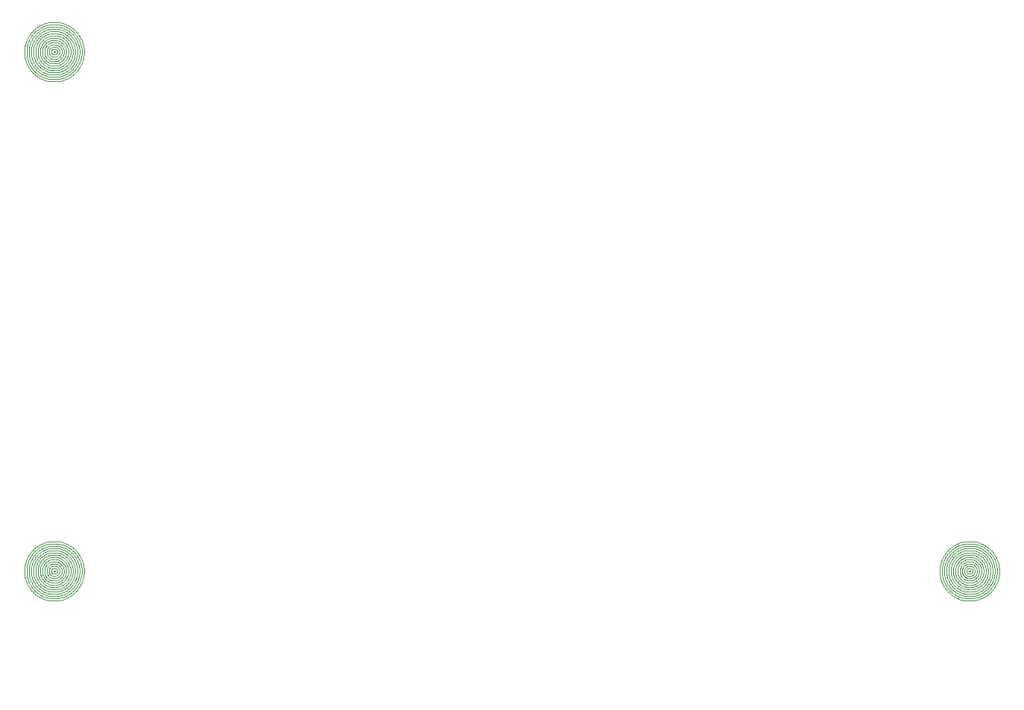
<source format=gts>
*%FSLAX23Y23*%
*%MOIN*%
G01*
D11*
X10669Y6457D02*
D03*
X8344D02*
D03*
X10670D02*
D03*
X8344D02*
D03*
D16*
X11914Y6935D02*
X11914D01*
X11914D02*
X11914Y6932D01*
X11914Y6929D01*
X11914Y6926D01*
X11914Y6923D01*
X11914Y6920D01*
X11915Y6917D01*
X11915Y6914D01*
X11916Y6911D01*
X11916Y6908D01*
X11917Y6906D01*
X11917Y6903D01*
X11918Y6900D01*
X11919Y6897D01*
X11920Y6894D01*
X11921Y6891D01*
X11922Y6888D01*
X11923Y6886D01*
X11924Y6883D01*
X11925Y6880D01*
X11927Y6877D01*
X11928Y6875D01*
X11929Y6872D01*
X11931Y6870D01*
X11932Y6867D01*
X11934Y6864D01*
X11935Y6862D01*
X11937Y6859D01*
X11939Y6857D01*
X11940Y6855D01*
X11942Y6852D01*
X11944Y6850D01*
X11946Y6848D01*
X11948Y6845D01*
X11950Y6843D01*
X11952Y6841D01*
X11954Y6839D01*
X11956Y6837D01*
X11959Y6835D01*
X11961Y6833D01*
X11963Y6831D01*
X11965Y6829D01*
X11968Y6828D01*
X11970Y6826D01*
X11973Y6824D01*
X11975Y6822D01*
X11978Y6821D01*
X11980Y6819D01*
X11983Y6818D01*
X11985Y6817D01*
X11988Y6815D01*
X11991Y6814D01*
X11994Y6813D01*
X11996Y6812D01*
X11999Y6810D01*
X12002Y6809D01*
X12005Y6808D01*
X12007Y6807D01*
X12010Y6807D01*
X12013Y6806D01*
X12016Y6805D01*
X12019Y6804D01*
X12022Y6804D01*
X12025Y6803D01*
X12028Y6803D01*
X12031Y6803D01*
X12034Y6802D01*
X12037Y6802D01*
X12040Y6802D01*
X12043Y6802D01*
X12046Y6802D01*
X12048D01*
X12051Y6802D01*
X12054Y6802D01*
X12057Y6802D01*
X12060Y6802D01*
X12063Y6803D01*
X12066Y6803D01*
X12069Y6803D01*
X12072Y6804D01*
X12075Y6804D01*
X12078Y6805D01*
X12081Y6806D01*
X12084Y6807D01*
X12087Y6807D01*
X12089Y6808D01*
X12092Y6809D01*
X12095Y6810D01*
X12098Y6812D01*
X12100Y6813D01*
X12103Y6814D01*
X12106Y6815D01*
X12109Y6817D01*
X12111Y6818D01*
X12114Y6819D01*
X12116Y6821D01*
X12119Y6822D01*
X12121Y6824D01*
X12124Y6826D01*
X12126Y6828D01*
X12129Y6829D01*
X12131Y6831D01*
X12133Y6833D01*
X12135Y6835D01*
X12138Y6837D01*
X12140Y6839D01*
X12142Y6841D01*
X12144Y6843D01*
X12146Y6845D01*
X12148Y6848D01*
X12150Y6850D01*
X12152Y6852D01*
X12154Y6855D01*
X12155Y6857D01*
X12157Y6859D01*
X12159Y6862D01*
X12160Y6864D01*
X12162Y6867D01*
X12163Y6870D01*
X12165Y6872D01*
X12166Y6875D01*
X12167Y6877D01*
X12169Y6880D01*
X12170Y6883D01*
X12171Y6886D01*
X12172Y6888D01*
X12173Y6891D01*
X12174Y6894D01*
X12175Y6897D01*
X12176Y6900D01*
X12177Y6903D01*
X12177Y6906D01*
X12178Y6908D01*
X12178Y6911D01*
X12179Y6914D01*
X12179Y6917D01*
X12180Y6920D01*
X12180Y6923D01*
X12180Y6926D01*
X12180Y6929D01*
X12180Y6932D01*
X12180Y6935D01*
X12182D01*
X12180D02*
X12180Y6938D01*
X12180Y6941D01*
X12180Y6944D01*
X12180Y6947D01*
X12180Y6950D01*
X12179Y6953D01*
X12179Y6956D01*
X12178Y6959D01*
X12178Y6962D01*
X12177Y6964D01*
X12177Y6967D01*
X12176Y6970D01*
X12175Y6973D01*
X12174Y6976D01*
X12173Y6979D01*
X12172Y6982D01*
X12171Y6984D01*
X12170Y6987D01*
X12169Y6990D01*
X12167Y6993D01*
X12166Y6995D01*
X12165Y6998D01*
X12163Y7000D01*
X12162Y7003D01*
X12160Y7006D01*
X12159Y7008D01*
X12157Y7011D01*
X12155Y7013D01*
X12154Y7015D01*
X12152Y7018D01*
X12150Y7020D01*
X12148Y7022D01*
X12146Y7025D01*
X12144Y7027D01*
X12142Y7029D01*
X12140Y7031D01*
X12138Y7033D01*
X12135Y7035D01*
X12133Y7037D01*
X12131Y7039D01*
X12129Y7041D01*
X12126Y7042D01*
X12124Y7044D01*
X12121Y7046D01*
X12119Y7048D01*
X12116Y7049D01*
X12114Y7051D01*
X12111Y7052D01*
X12109Y7053D01*
X12106Y7055D01*
X12103Y7056D01*
X12100Y7057D01*
X12098Y7058D01*
X12095Y7060D01*
X12092Y7061D01*
X12089Y7062D01*
X12087Y7063D01*
X12084Y7063D01*
X12081Y7064D01*
X12078Y7065D01*
X12075Y7066D01*
X12072Y7066D01*
X12069Y7067D01*
X12066Y7067D01*
X12063Y7067D01*
X12060Y7068D01*
X12057Y7068D01*
X12054Y7068D01*
X12051Y7068D01*
X12048Y7068D01*
X12046D01*
X12043Y7068D01*
X12040Y7068D01*
X12037Y7068D01*
X12034Y7068D01*
X12031Y7067D01*
X12028Y7067D01*
X12025Y7067D01*
X12022Y7066D01*
X12019Y7066D01*
X12016Y7065D01*
X12013Y7064D01*
X12010Y7063D01*
X12007Y7063D01*
X12005Y7062D01*
X12002Y7061D01*
X11999Y7060D01*
X11996Y7058D01*
X11994Y7057D01*
X11991Y7056D01*
X11988Y7055D01*
X11985Y7053D01*
X11983Y7052D01*
X11980Y7051D01*
X11978Y7049D01*
X11975Y7048D01*
X11973Y7046D01*
X11970Y7044D01*
X11968Y7042D01*
X11965Y7041D01*
X11963Y7039D01*
X11961Y7037D01*
X11959Y7035D01*
X11956Y7033D01*
X11954Y7031D01*
X11952Y7029D01*
X11950Y7027D01*
X11948Y7025D01*
X11946Y7022D01*
X11944Y7020D01*
X11942Y7018D01*
X11940Y7015D01*
X11939Y7013D01*
X11937Y7011D01*
X11935Y7008D01*
X11934Y7006D01*
X11932Y7003D01*
X11931Y7000D01*
X11929Y6998D01*
X11928Y6995D01*
X11927Y6993D01*
X11925Y6990D01*
X11924Y6987D01*
X11923Y6984D01*
X11922Y6982D01*
X11921Y6979D01*
X11920Y6976D01*
X11919Y6973D01*
X11918Y6970D01*
X11917Y6967D01*
X11917Y6964D01*
X11916Y6962D01*
X11916Y6959D01*
X11915Y6956D01*
X11915Y6953D01*
X11914Y6950D01*
X11914Y6947D01*
X11914Y6944D01*
X11914Y6941D01*
X11914Y6938D01*
X11914Y6935D01*
X11924D02*
X11924D01*
X11924D02*
X11924Y6932D01*
X11924Y6929D01*
X11924Y6926D01*
X11924Y6923D01*
X11924Y6920D01*
X11925Y6917D01*
X11925Y6914D01*
X11926Y6911D01*
X11926Y6908D01*
X11927Y6905D01*
X11928Y6902D01*
X11929Y6899D01*
X11930Y6897D01*
X11931Y6894D01*
X11932Y6891D01*
X11933Y6888D01*
X11934Y6885D01*
X11935Y6883D01*
X11936Y6880D01*
X11938Y6877D01*
X11939Y6875D01*
X11941Y6872D01*
X11942Y6869D01*
X11944Y6867D01*
X11946Y6864D01*
X11947Y6862D01*
X11949Y6860D01*
X11951Y6857D01*
X11953Y6855D01*
X11955Y6853D01*
X11957Y6850D01*
X11959Y6848D01*
X11961Y6846D01*
X11963Y6844D01*
X11966Y6842D01*
X11968Y6840D01*
X11970Y6838D01*
X11973Y6836D01*
X11975Y6835D01*
X11978Y6833D01*
X11980Y6831D01*
X11983Y6830D01*
X11985Y6828D01*
X11988Y6827D01*
X11991Y6825D01*
X11993Y6824D01*
X11996Y6823D01*
X11999Y6821D01*
X12001Y6820D01*
X12004Y6819D01*
X12007Y6818D01*
X12010Y6817D01*
X12013Y6816D01*
X12016Y6816D01*
X12019Y6815D01*
X12022Y6814D01*
X12025Y6814D01*
X12028Y6813D01*
X12031Y6813D01*
X12033Y6812D01*
X12036Y6812D01*
X12039Y6812D01*
X12042Y6812D01*
X12045Y6812D01*
X12049D01*
X12052Y6812D01*
X12055Y6812D01*
X12058Y6812D01*
X12061Y6812D01*
X12063Y6813D01*
X12066Y6813D01*
X12069Y6814D01*
X12072Y6814D01*
X12075Y6815D01*
X12078Y6816D01*
X12081Y6816D01*
X12084Y6817D01*
X12087Y6818D01*
X12090Y6819D01*
X12093Y6820D01*
X12095Y6821D01*
X12098Y6823D01*
X12101Y6824D01*
X12103Y6825D01*
X12106Y6827D01*
X12109Y6828D01*
X12111Y6830D01*
X12114Y6831D01*
X12116Y6833D01*
X12119Y6835D01*
X12121Y6836D01*
X12124Y6838D01*
X12126Y6840D01*
X12128Y6842D01*
X12131Y6844D01*
X12133Y6846D01*
X12135Y6848D01*
X12137Y6850D01*
X12139Y6853D01*
X12141Y6855D01*
X12143Y6857D01*
X12145Y6860D01*
X12147Y6862D01*
X12148Y6864D01*
X12150Y6867D01*
X12152Y6869D01*
X12153Y6872D01*
X12155Y6875D01*
X12156Y6877D01*
X12158Y6880D01*
X12159Y6883D01*
X12160Y6885D01*
X12161Y6888D01*
X12162Y6891D01*
X12163Y6894D01*
X12164Y6897D01*
X12165Y6899D01*
X12166Y6902D01*
X12167Y6905D01*
X12168Y6908D01*
X12168Y6911D01*
X12169Y6914D01*
X12169Y6917D01*
X12170Y6920D01*
X12170Y6923D01*
X12170Y6926D01*
X12170Y6929D01*
X12170Y6932D01*
X12170Y6935D01*
X12172D01*
X12170D02*
X12170Y6938D01*
X12170Y6941D01*
X12170Y6944D01*
X12170Y6947D01*
X12170Y6950D01*
X12169Y6953D01*
X12169Y6956D01*
X12168Y6959D01*
X12168Y6962D01*
X12167Y6965D01*
X12166Y6968D01*
X12165Y6971D01*
X12164Y6973D01*
X12163Y6976D01*
X12162Y6979D01*
X12161Y6982D01*
X12160Y6985D01*
X12159Y6987D01*
X12158Y6990D01*
X12156Y6993D01*
X12155Y6995D01*
X12153Y6998D01*
X12152Y7001D01*
X12150Y7003D01*
X12148Y7006D01*
X12147Y7008D01*
X12145Y7010D01*
X12143Y7013D01*
X12141Y7015D01*
X12139Y7017D01*
X12137Y7020D01*
X12135Y7022D01*
X12133Y7024D01*
X12131Y7026D01*
X12128Y7028D01*
X12126Y7030D01*
X12124Y7032D01*
X12121Y7034D01*
X12119Y7035D01*
X12116Y7037D01*
X12114Y7039D01*
X12111Y7040D01*
X12109Y7042D01*
X12106Y7043D01*
X12103Y7045D01*
X12101Y7046D01*
X12098Y7047D01*
X12095Y7049D01*
X12093Y7050D01*
X12090Y7051D01*
X12087Y7052D01*
X12084Y7053D01*
X12081Y7054D01*
X12078Y7054D01*
X12075Y7055D01*
X12072Y7056D01*
X12069Y7056D01*
X12066Y7057D01*
X12063Y7057D01*
X12061Y7058D01*
X12058Y7058D01*
X12055Y7058D01*
X12052Y7058D01*
X12049Y7058D01*
X12045D01*
X12042Y7058D01*
X12039Y7058D01*
X12036Y7058D01*
X12033Y7058D01*
X12031Y7057D01*
X12028Y7057D01*
X12025Y7056D01*
X12022Y7056D01*
X12019Y7055D01*
X12016Y7054D01*
X12013Y7054D01*
X12010Y7053D01*
X12007Y7052D01*
X12004Y7051D01*
X12001Y7050D01*
X11999Y7049D01*
X11996Y7047D01*
X11993Y7046D01*
X11991Y7045D01*
X11988Y7043D01*
X11985Y7042D01*
X11983Y7040D01*
X11980Y7039D01*
X11978Y7037D01*
X11975Y7035D01*
X11973Y7034D01*
X11970Y7032D01*
X11968Y7030D01*
X11966Y7028D01*
X11963Y7026D01*
X11961Y7024D01*
X11959Y7022D01*
X11957Y7020D01*
X11955Y7017D01*
X11953Y7015D01*
X11951Y7013D01*
X11949Y7010D01*
X11947Y7008D01*
X11946Y7006D01*
X11944Y7003D01*
X11942Y7001D01*
X11941Y6998D01*
X11939Y6995D01*
X11938Y6993D01*
X11936Y6990D01*
X11935Y6987D01*
X11934Y6985D01*
X11933Y6982D01*
X11932Y6979D01*
X11931Y6976D01*
X11930Y6973D01*
X11929Y6971D01*
X11928Y6968D01*
X11927Y6965D01*
X11926Y6962D01*
X11926Y6959D01*
X11925Y6956D01*
X11925Y6953D01*
X11924Y6950D01*
X11924Y6947D01*
X11924Y6944D01*
X11924Y6941D01*
X11924Y6938D01*
X11924Y6935D01*
X11934D02*
X11934D01*
X11934D02*
X11934Y6932D01*
X11934Y6929D01*
X11934Y6926D01*
X11934Y6923D01*
X11935Y6920D01*
X11935Y6917D01*
X11935Y6914D01*
X11936Y6911D01*
X11937Y6908D01*
X11938Y6905D01*
X11938Y6902D01*
X11939Y6899D01*
X11940Y6896D01*
X11941Y6893D01*
X11943Y6891D01*
X11944Y6888D01*
X11945Y6885D01*
X11947Y6882D01*
X11948Y6880D01*
X11949Y6877D01*
X11951Y6874D01*
X11953Y6872D01*
X11954Y6869D01*
X11956Y6867D01*
X11958Y6864D01*
X11960Y6862D01*
X11962Y6860D01*
X11964Y6857D01*
X11966Y6855D01*
X11968Y6853D01*
X11971Y6851D01*
X11973Y6849D01*
X11975Y6847D01*
X11978Y6845D01*
X11980Y6843D01*
X11983Y6842D01*
X11985Y6840D01*
X11988Y6838D01*
X11990Y6837D01*
X11993Y6835D01*
X11996Y6834D01*
X11998Y6832D01*
X12001Y6831D01*
X12004Y6830D01*
X12007Y6829D01*
X12010Y6828D01*
X12013Y6827D01*
X12015Y6826D01*
X12018Y6825D01*
X12021Y6824D01*
X12024Y6824D01*
X12027Y6823D01*
X12030Y6823D01*
X12033Y6822D01*
X12036Y6822D01*
X12039Y6822D01*
X12042Y6822D01*
X12045Y6822D01*
X12049D01*
X12052Y6822D01*
X12055Y6822D01*
X12058Y6822D01*
X12061Y6822D01*
X12064Y6823D01*
X12067Y6823D01*
X12070Y6824D01*
X12073Y6824D01*
X12076Y6825D01*
X12079Y6826D01*
X12081Y6827D01*
X12084Y6828D01*
X12087Y6829D01*
X12090Y6830D01*
X12093Y6831D01*
X12096Y6832D01*
X12098Y6834D01*
X12101Y6835D01*
X12104Y6837D01*
X12106Y6838D01*
X12109Y6840D01*
X12111Y6842D01*
X12114Y6843D01*
X12116Y6845D01*
X12119Y6847D01*
X12121Y6849D01*
X12123Y6851D01*
X12126Y6853D01*
X12128Y6855D01*
X12130Y6857D01*
X12132Y6860D01*
X12134Y6862D01*
X12136Y6864D01*
X12138Y6867D01*
X12140Y6869D01*
X12141Y6872D01*
X12143Y6874D01*
X12145Y6877D01*
X12146Y6880D01*
X12147Y6882D01*
X12149Y6885D01*
X12150Y6888D01*
X12151Y6891D01*
X12153Y6893D01*
X12154Y6896D01*
X12155Y6899D01*
X12156Y6902D01*
X12156Y6905D01*
X12157Y6908D01*
X12158Y6911D01*
X12159Y6914D01*
X12159Y6917D01*
X12159Y6920D01*
X12160Y6923D01*
X12160Y6926D01*
X12160Y6929D01*
X12160Y6932D01*
X12160Y6935D01*
X12162D01*
X12160D02*
X12160Y6938D01*
X12160Y6941D01*
X12160Y6944D01*
X12160Y6947D01*
X12159Y6950D01*
X12159Y6953D01*
X12159Y6956D01*
X12158Y6959D01*
X12157Y6962D01*
X12156Y6965D01*
X12156Y6968D01*
X12155Y6971D01*
X12154Y6974D01*
X12153Y6977D01*
X12151Y6979D01*
X12150Y6982D01*
X12149Y6985D01*
X12147Y6988D01*
X12146Y6990D01*
X12145Y6993D01*
X12143Y6996D01*
X12141Y6998D01*
X12140Y7001D01*
X12138Y7003D01*
X12136Y7006D01*
X12134Y7008D01*
X12132Y7010D01*
X12130Y7013D01*
X12128Y7015D01*
X12126Y7017D01*
X12123Y7019D01*
X12121Y7021D01*
X12119Y7023D01*
X12116Y7025D01*
X12114Y7027D01*
X12111Y7028D01*
X12109Y7030D01*
X12106Y7032D01*
X12104Y7033D01*
X12101Y7035D01*
X12098Y7036D01*
X12096Y7038D01*
X12093Y7039D01*
X12090Y7040D01*
X12087Y7041D01*
X12084Y7042D01*
X12081Y7043D01*
X12079Y7044D01*
X12076Y7045D01*
X12073Y7046D01*
X12070Y7046D01*
X12067Y7047D01*
X12064Y7047D01*
X12061Y7048D01*
X12058Y7048D01*
X12055Y7048D01*
X12052Y7048D01*
X12049Y7048D01*
X12045D01*
X12042Y7048D01*
X12039Y7048D01*
X12036Y7048D01*
X12033Y7048D01*
X12030Y7047D01*
X12027Y7047D01*
X12024Y7046D01*
X12021Y7046D01*
X12018Y7045D01*
X12015Y7044D01*
X12013Y7043D01*
X12010Y7042D01*
X12007Y7041D01*
X12004Y7040D01*
X12001Y7039D01*
X11998Y7038D01*
X11996Y7036D01*
X11993Y7035D01*
X11990Y7033D01*
X11988Y7032D01*
X11985Y7030D01*
X11983Y7028D01*
X11980Y7027D01*
X11978Y7025D01*
X11975Y7023D01*
X11973Y7021D01*
X11971Y7019D01*
X11968Y7017D01*
X11966Y7015D01*
X11964Y7013D01*
X11962Y7010D01*
X11960Y7008D01*
X11958Y7006D01*
X11956Y7003D01*
X11954Y7001D01*
X11953Y6998D01*
X11951Y6996D01*
X11949Y6993D01*
X11948Y6990D01*
X11947Y6988D01*
X11945Y6985D01*
X11944Y6982D01*
X11943Y6979D01*
X11941Y6977D01*
X11940Y6974D01*
X11939Y6971D01*
X11938Y6968D01*
X11938Y6965D01*
X11937Y6962D01*
X11936Y6959D01*
X11935Y6956D01*
X11935Y6953D01*
X11935Y6950D01*
X11934Y6947D01*
X11934Y6944D01*
X11934Y6941D01*
X11934Y6938D01*
X11934Y6935D01*
X11944D02*
X11944D01*
X11944D02*
X11944Y6932D01*
X11944Y6929D01*
X11944Y6926D01*
X11944Y6923D01*
X11945Y6920D01*
X11945Y6918D01*
X11946Y6915D01*
X11946Y6912D01*
X11947Y6909D01*
X11948Y6906D01*
X11948Y6903D01*
X11949Y6901D01*
X11950Y6898D01*
X11952Y6895D01*
X11953Y6892D01*
X11954Y6890D01*
X11955Y6887D01*
X11957Y6885D01*
X11958Y6882D01*
X11960Y6879D01*
X11961Y6877D01*
X11963Y6875D01*
X11965Y6872D01*
X11966Y6870D01*
X11968Y6868D01*
X11970Y6866D01*
X11972Y6863D01*
X11974Y6861D01*
X11976Y6859D01*
X11979Y6857D01*
X11981Y6855D01*
X11983Y6854D01*
X11985Y6852D01*
X11988Y6850D01*
X11990Y6848D01*
X11993Y6847D01*
X11995Y6845D01*
X11998Y6844D01*
X12000Y6843D01*
X12003Y6841D01*
X12006Y6840D01*
X12008Y6839D01*
X12011Y6838D01*
X12014Y6837D01*
X12017Y6836D01*
X12020Y6835D01*
X12022Y6834D01*
X12025Y6834D01*
X12028Y6833D01*
X12031Y6833D01*
X12034Y6832D01*
X12037Y6832D01*
X12040Y6832D01*
X12043Y6832D01*
X12046Y6832D01*
X12048D01*
X12051Y6832D01*
X12054Y6832D01*
X12057Y6832D01*
X12060Y6832D01*
X12063Y6833D01*
X12066Y6833D01*
X12069Y6834D01*
X12072Y6834D01*
X12074Y6835D01*
X12077Y6836D01*
X12080Y6837D01*
X12083Y6838D01*
X12086Y6839D01*
X12088Y6840D01*
X12091Y6841D01*
X12094Y6843D01*
X12096Y6844D01*
X12099Y6845D01*
X12101Y6847D01*
X12104Y6848D01*
X12106Y6850D01*
X12109Y6852D01*
X12111Y6854D01*
X12113Y6855D01*
X12115Y6857D01*
X12118Y6859D01*
X12120Y6861D01*
X12122Y6863D01*
X12124Y6866D01*
X12126Y6868D01*
X12128Y6870D01*
X12129Y6872D01*
X12131Y6875D01*
X12133Y6877D01*
X12134Y6879D01*
X12136Y6882D01*
X12137Y6885D01*
X12139Y6887D01*
X12140Y6890D01*
X12141Y6892D01*
X12142Y6895D01*
X12144Y6898D01*
X12145Y6901D01*
X12146Y6903D01*
X12146Y6906D01*
X12147Y6909D01*
X12148Y6912D01*
X12148Y6915D01*
X12149Y6918D01*
X12149Y6920D01*
X12150Y6923D01*
X12150Y6926D01*
X12150Y6929D01*
X12150Y6932D01*
X12150Y6935D01*
X12152D01*
X12150D02*
X12150Y6938D01*
X12150Y6941D01*
X12150Y6944D01*
X12150Y6947D01*
X12149Y6950D01*
X12149Y6952D01*
X12148Y6955D01*
X12148Y6958D01*
X12147Y6961D01*
X12146Y6964D01*
X12146Y6967D01*
X12145Y6969D01*
X12144Y6972D01*
X12142Y6975D01*
X12141Y6978D01*
X12140Y6980D01*
X12139Y6983D01*
X12137Y6985D01*
X12136Y6988D01*
X12134Y6991D01*
X12133Y6993D01*
X12131Y6995D01*
X12129Y6998D01*
X12128Y7000D01*
X12126Y7002D01*
X12124Y7004D01*
X12122Y7007D01*
X12120Y7009D01*
X12118Y7011D01*
X12115Y7013D01*
X12113Y7015D01*
X12111Y7016D01*
X12109Y7018D01*
X12106Y7020D01*
X12104Y7022D01*
X12101Y7023D01*
X12099Y7025D01*
X12096Y7026D01*
X12094Y7027D01*
X12091Y7029D01*
X12088Y7030D01*
X12086Y7031D01*
X12083Y7032D01*
X12080Y7033D01*
X12077Y7034D01*
X12074Y7035D01*
X12072Y7036D01*
X12069Y7036D01*
X12066Y7037D01*
X12063Y7037D01*
X12060Y7038D01*
X12057Y7038D01*
X12054Y7038D01*
X12051Y7038D01*
X12048Y7038D01*
X12046D01*
X12043Y7038D01*
X12040Y7038D01*
X12037Y7038D01*
X12034Y7038D01*
X12031Y7037D01*
X12028Y7037D01*
X12025Y7036D01*
X12022Y7036D01*
X12020Y7035D01*
X12017Y7034D01*
X12014Y7033D01*
X12011Y7032D01*
X12008Y7031D01*
X12006Y7030D01*
X12003Y7029D01*
X12000Y7027D01*
X11998Y7026D01*
X11995Y7025D01*
X11993Y7023D01*
X11990Y7022D01*
X11988Y7020D01*
X11985Y7018D01*
X11983Y7016D01*
X11981Y7015D01*
X11979Y7013D01*
X11976Y7011D01*
X11974Y7009D01*
X11972Y7007D01*
X11970Y7004D01*
X11968Y7002D01*
X11966Y7000D01*
X11965Y6998D01*
X11963Y6995D01*
X11961Y6993D01*
X11960Y6991D01*
X11958Y6988D01*
X11957Y6985D01*
X11955Y6983D01*
X11954Y6980D01*
X11953Y6978D01*
X11952Y6975D01*
X11950Y6972D01*
X11949Y6969D01*
X11948Y6967D01*
X11948Y6964D01*
X11947Y6961D01*
X11946Y6958D01*
X11946Y6955D01*
X11945Y6952D01*
X11945Y6950D01*
X11944Y6947D01*
X11944Y6944D01*
X11944Y6941D01*
X11944Y6938D01*
X11944Y6935D01*
X11954D02*
X11954D01*
X11954D02*
X11954Y6932D01*
X11954Y6929D01*
X11954Y6926D01*
X11954Y6923D01*
X11955Y6920D01*
X11955Y6917D01*
X11956Y6914D01*
X11956Y6912D01*
X11957Y6909D01*
X11958Y6906D01*
X11959Y6903D01*
X11960Y6900D01*
X11961Y6898D01*
X11963Y6895D01*
X11964Y6892D01*
X11965Y6890D01*
X11967Y6887D01*
X11968Y6884D01*
X11970Y6882D01*
X11972Y6880D01*
X11974Y6877D01*
X11975Y6875D01*
X11977Y6873D01*
X11979Y6870D01*
X11981Y6868D01*
X11984Y6866D01*
X11986Y6864D01*
X11988Y6862D01*
X11990Y6861D01*
X11993Y6859D01*
X11995Y6857D01*
X11998Y6856D01*
X12000Y6854D01*
X12003Y6853D01*
X12005Y6851D01*
X12008Y6850D01*
X12011Y6849D01*
X12014Y6848D01*
X12016Y6847D01*
X12019Y6846D01*
X12022Y6845D01*
X12025Y6844D01*
X12028Y6843D01*
X12031Y6843D01*
X12034Y6842D01*
X12037Y6842D01*
X12040Y6842D01*
X12043Y6842D01*
X12046Y6842D01*
X12048D01*
X12051Y6842D01*
X12054Y6842D01*
X12057Y6842D01*
X12060Y6842D01*
X12063Y6843D01*
X12066Y6843D01*
X12069Y6844D01*
X12072Y6845D01*
X12075Y6846D01*
X12078Y6847D01*
X12080Y6848D01*
X12083Y6849D01*
X12086Y6850D01*
X12089Y6851D01*
X12091Y6853D01*
X12094Y6854D01*
X12096Y6856D01*
X12099Y6857D01*
X12101Y6859D01*
X12104Y6861D01*
X12106Y6862D01*
X12108Y6864D01*
X12110Y6866D01*
X12113Y6868D01*
X12115Y6870D01*
X12117Y6873D01*
X12119Y6875D01*
X12120Y6877D01*
X12122Y6880D01*
X12124Y6882D01*
X12126Y6884D01*
X12127Y6887D01*
X12129Y6890D01*
X12130Y6892D01*
X12131Y6895D01*
X12133Y6898D01*
X12134Y6900D01*
X12135Y6903D01*
X12136Y6906D01*
X12137Y6909D01*
X12138Y6912D01*
X12138Y6914D01*
X12139Y6917D01*
X12139Y6920D01*
X12140Y6923D01*
X12140Y6926D01*
X12140Y6929D01*
X12140Y6932D01*
X12140Y6935D01*
X12142D01*
X12140D02*
X12140Y6938D01*
X12140Y6941D01*
X12140Y6944D01*
X12140Y6947D01*
X12139Y6950D01*
X12139Y6953D01*
X12138Y6956D01*
X12138Y6958D01*
X12137Y6961D01*
X12136Y6964D01*
X12135Y6967D01*
X12134Y6970D01*
X12133Y6972D01*
X12131Y6975D01*
X12130Y6978D01*
X12129Y6980D01*
X12127Y6983D01*
X12126Y6986D01*
X12124Y6988D01*
X12122Y6990D01*
X12120Y6993D01*
X12119Y6995D01*
X12117Y6997D01*
X12115Y7000D01*
X12113Y7002D01*
X12110Y7004D01*
X12108Y7006D01*
X12106Y7008D01*
X12104Y7009D01*
X12101Y7011D01*
X12099Y7013D01*
X12096Y7014D01*
X12094Y7016D01*
X12091Y7017D01*
X12089Y7019D01*
X12086Y7020D01*
X12083Y7021D01*
X12080Y7022D01*
X12078Y7023D01*
X12075Y7024D01*
X12072Y7025D01*
X12069Y7026D01*
X12066Y7027D01*
X12063Y7027D01*
X12060Y7028D01*
X12057Y7028D01*
X12054Y7028D01*
X12051Y7028D01*
X12048Y7028D01*
X12046D01*
X12043Y7028D01*
X12040Y7028D01*
X12037Y7028D01*
X12034Y7028D01*
X12031Y7027D01*
X12028Y7027D01*
X12025Y7026D01*
X12022Y7025D01*
X12019Y7024D01*
X12016Y7023D01*
X12014Y7022D01*
X12011Y7021D01*
X12008Y7020D01*
X12005Y7019D01*
X12003Y7017D01*
X12000Y7016D01*
X11998Y7014D01*
X11995Y7013D01*
X11993Y7011D01*
X11990Y7009D01*
X11988Y7008D01*
X11986Y7006D01*
X11984Y7004D01*
X11981Y7002D01*
X11979Y7000D01*
X11977Y6997D01*
X11975Y6995D01*
X11974Y6993D01*
X11972Y6990D01*
X11970Y6988D01*
X11968Y6986D01*
X11967Y6983D01*
X11965Y6980D01*
X11964Y6978D01*
X11963Y6975D01*
X11961Y6972D01*
X11960Y6970D01*
X11959Y6967D01*
X11958Y6964D01*
X11957Y6961D01*
X11956Y6958D01*
X11956Y6956D01*
X11955Y6953D01*
X11955Y6950D01*
X11954Y6947D01*
X11954Y6944D01*
X11954Y6941D01*
X11954Y6938D01*
X11954Y6935D01*
X11964D02*
X11964D01*
X11964D02*
X11964Y6932D01*
X11964Y6929D01*
X11964Y6926D01*
X11964Y6923D01*
X11965Y6920D01*
X11965Y6917D01*
X11966Y6914D01*
X11967Y6911D01*
X11968Y6908D01*
X11969Y6905D01*
X11970Y6903D01*
X11971Y6900D01*
X11973Y6897D01*
X11974Y6895D01*
X11975Y6892D01*
X11977Y6889D01*
X11979Y6887D01*
X11981Y6884D01*
X11982Y6882D01*
X11984Y6880D01*
X11986Y6878D01*
X11988Y6875D01*
X11991Y6873D01*
X11993Y6871D01*
X11995Y6869D01*
X11998Y6868D01*
X12000Y6866D01*
X12003Y6864D01*
X12005Y6863D01*
X12008Y6861D01*
X12011Y6860D01*
X12013Y6859D01*
X12016Y6857D01*
X12019Y6856D01*
X12022Y6855D01*
X12025Y6855D01*
X12028Y6854D01*
X12031Y6853D01*
X12033Y6853D01*
X12036Y6852D01*
X12039Y6852D01*
X12042Y6852D01*
X12045Y6852D01*
X12049D01*
X12052Y6852D01*
X12055Y6852D01*
X12058Y6852D01*
X12061Y6853D01*
X12063Y6853D01*
X12066Y6854D01*
X12069Y6855D01*
X12072Y6855D01*
X12075Y6856D01*
X12078Y6857D01*
X12081Y6859D01*
X12083Y6860D01*
X12086Y6861D01*
X12089Y6863D01*
X12091Y6864D01*
X12094Y6866D01*
X12096Y6868D01*
X12099Y6869D01*
X12101Y6871D01*
X12103Y6873D01*
X12106Y6875D01*
X12108Y6878D01*
X12110Y6880D01*
X12112Y6882D01*
X12113Y6884D01*
X12115Y6887D01*
X12117Y6889D01*
X12119Y6892D01*
X12120Y6895D01*
X12121Y6897D01*
X12123Y6900D01*
X12124Y6903D01*
X12125Y6905D01*
X12126Y6908D01*
X12127Y6911D01*
X12128Y6914D01*
X12129Y6917D01*
X12129Y6920D01*
X12130Y6923D01*
X12130Y6926D01*
X12130Y6929D01*
X12130Y6932D01*
X12130Y6935D01*
X12132D01*
X12130D02*
X12130Y6938D01*
X12130Y6941D01*
X12130Y6944D01*
X12130Y6947D01*
X12129Y6950D01*
X12129Y6953D01*
X12128Y6956D01*
X12127Y6959D01*
X12126Y6962D01*
X12125Y6965D01*
X12124Y6967D01*
X12123Y6970D01*
X12121Y6973D01*
X12120Y6975D01*
X12119Y6978D01*
X12117Y6981D01*
X12115Y6983D01*
X12113Y6986D01*
X12112Y6988D01*
X12110Y6990D01*
X12108Y6992D01*
X12106Y6995D01*
X12103Y6997D01*
X12101Y6999D01*
X12099Y7001D01*
X12096Y7002D01*
X12094Y7004D01*
X12091Y7006D01*
X12089Y7007D01*
X12086Y7009D01*
X12083Y7010D01*
X12081Y7011D01*
X12078Y7013D01*
X12075Y7014D01*
X12072Y7015D01*
X12069Y7015D01*
X12066Y7016D01*
X12063Y7017D01*
X12061Y7017D01*
X12058Y7018D01*
X12055Y7018D01*
X12052Y7018D01*
X12049Y7018D01*
X12045D01*
X12042Y7018D01*
X12039Y7018D01*
X12036Y7018D01*
X12033Y7017D01*
X12031Y7017D01*
X12028Y7016D01*
X12025Y7015D01*
X12022Y7015D01*
X12019Y7014D01*
X12016Y7013D01*
X12013Y7011D01*
X12011Y7010D01*
X12008Y7009D01*
X12005Y7007D01*
X12003Y7006D01*
X12000Y7004D01*
X11998Y7002D01*
X11995Y7001D01*
X11993Y6999D01*
X11991Y6997D01*
X11988Y6995D01*
X11986Y6992D01*
X11984Y6990D01*
X11982Y6988D01*
X11981Y6986D01*
X11979Y6983D01*
X11977Y6981D01*
X11975Y6978D01*
X11974Y6975D01*
X11973Y6973D01*
X11971Y6970D01*
X11970Y6967D01*
X11969Y6965D01*
X11968Y6962D01*
X11967Y6959D01*
X11966Y6956D01*
X11965Y6953D01*
X11965Y6950D01*
X11964Y6947D01*
X11964Y6944D01*
X11964Y6941D01*
X11964Y6938D01*
X11964Y6935D01*
X11974D02*
X11974D01*
X11974D02*
X11974Y6932D01*
X11974Y6929D01*
X11974Y6926D01*
X11974Y6924D01*
X11975Y6921D01*
X11975Y6918D01*
X11976Y6915D01*
X11977Y6913D01*
X11978Y6910D01*
X11979Y6907D01*
X11980Y6905D01*
X11981Y6902D01*
X11983Y6899D01*
X11984Y6897D01*
X11986Y6895D01*
X11987Y6892D01*
X11989Y6890D01*
X11991Y6888D01*
X11993Y6886D01*
X11995Y6884D01*
X11997Y6882D01*
X11999Y6880D01*
X12001Y6878D01*
X12003Y6876D01*
X12005Y6874D01*
X12008Y6873D01*
X12010Y6871D01*
X12013Y6870D01*
X12015Y6869D01*
X12018Y6868D01*
X12021Y6866D01*
X12023Y6865D01*
X12026Y6865D01*
X12029Y6864D01*
X12031Y6863D01*
X12034Y6863D01*
X12037Y6862D01*
X12040Y6862D01*
X12043Y6862D01*
X12046Y6862D01*
X12048D01*
X12051Y6862D01*
X12054Y6862D01*
X12057Y6862D01*
X12060Y6863D01*
X12063Y6863D01*
X12065Y6864D01*
X12068Y6865D01*
X12071Y6865D01*
X12073Y6866D01*
X12076Y6868D01*
X12079Y6869D01*
X12081Y6870D01*
X12084Y6871D01*
X12086Y6873D01*
X12089Y6874D01*
X12091Y6876D01*
X12093Y6878D01*
X12095Y6880D01*
X12097Y6882D01*
X12099Y6884D01*
X12101Y6886D01*
X12103Y6888D01*
X12105Y6890D01*
X12107Y6892D01*
X12108Y6895D01*
X12110Y6897D01*
X12111Y6899D01*
X12113Y6902D01*
X12114Y6905D01*
X12115Y6907D01*
X12116Y6910D01*
X12117Y6913D01*
X12118Y6915D01*
X12119Y6918D01*
X12119Y6921D01*
X12120Y6924D01*
X12120Y6926D01*
X12120Y6929D01*
X12120Y6932D01*
X12120Y6935D01*
X12122D01*
X12120D02*
X12120Y6938D01*
X12120Y6941D01*
X12120Y6944D01*
X12120Y6946D01*
X12119Y6949D01*
X12119Y6952D01*
X12118Y6955D01*
X12117Y6957D01*
X12116Y6960D01*
X12115Y6963D01*
X12114Y6965D01*
X12113Y6968D01*
X12111Y6971D01*
X12110Y6973D01*
X12108Y6975D01*
X12107Y6978D01*
X12105Y6980D01*
X12103Y6982D01*
X12101Y6984D01*
X12099Y6986D01*
X12097Y6988D01*
X12095Y6990D01*
X12093Y6992D01*
X12091Y6994D01*
X12089Y6996D01*
X12086Y6997D01*
X12084Y6999D01*
X12081Y7000D01*
X12079Y7001D01*
X12076Y7002D01*
X12073Y7004D01*
X12071Y7005D01*
X12068Y7005D01*
X12065Y7006D01*
X12063Y7007D01*
X12060Y7007D01*
X12057Y7008D01*
X12054Y7008D01*
X12051Y7008D01*
X12048Y7008D01*
X12046D01*
X12043Y7008D01*
X12040Y7008D01*
X12037Y7008D01*
X12034Y7007D01*
X12031Y7007D01*
X12029Y7006D01*
X12026Y7005D01*
X12023Y7005D01*
X12021Y7004D01*
X12018Y7002D01*
X12015Y7001D01*
X12013Y7000D01*
X12010Y6999D01*
X12008Y6997D01*
X12005Y6996D01*
X12003Y6994D01*
X12001Y6992D01*
X11999Y6990D01*
X11997Y6988D01*
X11995Y6986D01*
X11993Y6984D01*
X11991Y6982D01*
X11989Y6980D01*
X11987Y6978D01*
X11986Y6975D01*
X11984Y6973D01*
X11983Y6971D01*
X11981Y6968D01*
X11980Y6965D01*
X11979Y6963D01*
X11978Y6960D01*
X11977Y6957D01*
X11976Y6955D01*
X11975Y6952D01*
X11975Y6949D01*
X11974Y6946D01*
X11974Y6944D01*
X11974Y6941D01*
X11974Y6938D01*
X11974Y6935D01*
X11984D02*
X11984D01*
X11984D02*
X11984Y6932D01*
X11984Y6929D01*
X11984Y6926D01*
X11985Y6923D01*
X11985Y6921D01*
X11986Y6918D01*
X11987Y6915D01*
X11988Y6912D01*
X11989Y6910D01*
X11990Y6907D01*
X11991Y6905D01*
X11993Y6902D01*
X11994Y6900D01*
X11996Y6897D01*
X11998Y6895D01*
X12000Y6893D01*
X12002Y6891D01*
X12004Y6889D01*
X12006Y6887D01*
X12008Y6885D01*
X12010Y6883D01*
X12013Y6882D01*
X12015Y6880D01*
X12018Y6879D01*
X12020Y6877D01*
X12023Y6876D01*
X12026Y6875D01*
X12028Y6874D01*
X12031Y6873D01*
X12034Y6873D01*
X12037Y6872D01*
X12040Y6872D01*
X12043Y6872D01*
X12046Y6872D01*
X12048D01*
X12051Y6872D01*
X12054Y6872D01*
X12057Y6872D01*
X12060Y6873D01*
X12063Y6873D01*
X12066Y6874D01*
X12068Y6875D01*
X12071Y6876D01*
X12074Y6877D01*
X12076Y6879D01*
X12079Y6880D01*
X12081Y6882D01*
X12084Y6883D01*
X12086Y6885D01*
X12088Y6887D01*
X12090Y6889D01*
X12092Y6891D01*
X12094Y6893D01*
X12096Y6895D01*
X12098Y6897D01*
X12100Y6900D01*
X12101Y6902D01*
X12103Y6905D01*
X12104Y6907D01*
X12105Y6910D01*
X12106Y6912D01*
X12107Y6915D01*
X12108Y6918D01*
X12109Y6921D01*
X12109Y6923D01*
X12110Y6926D01*
X12110Y6929D01*
X12110Y6932D01*
X12110Y6935D01*
X12112D01*
X12110D02*
X12110Y6938D01*
X12110Y6941D01*
X12110Y6944D01*
X12109Y6947D01*
X12109Y6949D01*
X12108Y6952D01*
X12107Y6955D01*
X12106Y6958D01*
X12105Y6960D01*
X12104Y6963D01*
X12103Y6965D01*
X12101Y6968D01*
X12100Y6970D01*
X12098Y6973D01*
X12096Y6975D01*
X12094Y6977D01*
X12092Y6979D01*
X12090Y6981D01*
X12088Y6983D01*
X12086Y6985D01*
X12084Y6987D01*
X12081Y6988D01*
X12079Y6990D01*
X12076Y6991D01*
X12074Y6993D01*
X12071Y6994D01*
X12068Y6995D01*
X12066Y6996D01*
X12063Y6997D01*
X12060Y6997D01*
X12057Y6998D01*
X12054Y6998D01*
X12051Y6998D01*
X12048Y6998D01*
X12046D01*
X12043Y6998D01*
X12040Y6998D01*
X12037Y6998D01*
X12034Y6997D01*
X12031Y6997D01*
X12028Y6996D01*
X12026Y6995D01*
X12023Y6994D01*
X12020Y6993D01*
X12018Y6991D01*
X12015Y6990D01*
X12013Y6988D01*
X12010Y6987D01*
X12008Y6985D01*
X12006Y6983D01*
X12004Y6981D01*
X12002Y6979D01*
X12000Y6977D01*
X11998Y6975D01*
X11996Y6973D01*
X11994Y6970D01*
X11993Y6968D01*
X11991Y6965D01*
X11990Y6963D01*
X11989Y6960D01*
X11988Y6958D01*
X11987Y6955D01*
X11986Y6952D01*
X11985Y6949D01*
X11985Y6947D01*
X11984Y6944D01*
X11984Y6941D01*
X11984Y6938D01*
X11984Y6935D01*
X11994D02*
X11994D01*
X11994D02*
X11994Y6932D01*
X11994Y6929D01*
X11994Y6926D01*
X11995Y6923D01*
X11996Y6920D01*
X11996Y6918D01*
X11997Y6915D01*
X11999Y6912D01*
X12000Y6910D01*
X12001Y6907D01*
X12003Y6905D01*
X12005Y6902D01*
X12007Y6900D01*
X12009Y6898D01*
X12011Y6896D01*
X12013Y6894D01*
X12015Y6892D01*
X12018Y6890D01*
X12020Y6889D01*
X12023Y6887D01*
X12026Y6886D01*
X12028Y6885D01*
X12031Y6884D01*
X12034Y6883D01*
X12037Y6882D01*
X12040Y6882D01*
X12043Y6882D01*
X12046Y6882D01*
X12048D01*
X12051Y6882D01*
X12054Y6882D01*
X12057Y6882D01*
X12060Y6883D01*
X12063Y6884D01*
X12066Y6885D01*
X12068Y6886D01*
X12071Y6887D01*
X12074Y6889D01*
X12076Y6890D01*
X12079Y6892D01*
X12081Y6894D01*
X12083Y6896D01*
X12085Y6898D01*
X12087Y6900D01*
X12089Y6902D01*
X12091Y6905D01*
X12093Y6907D01*
X12094Y6910D01*
X12095Y6912D01*
X12097Y6915D01*
X12098Y6918D01*
X12098Y6920D01*
X12099Y6923D01*
X12100Y6926D01*
X12100Y6929D01*
X12100Y6932D01*
X12100Y6935D01*
X12102D01*
X12100D02*
X12100Y6938D01*
X12100Y6941D01*
X12100Y6944D01*
X12099Y6947D01*
X12098Y6950D01*
X12098Y6952D01*
X12097Y6955D01*
X12095Y6958D01*
X12094Y6960D01*
X12093Y6963D01*
X12091Y6965D01*
X12089Y6968D01*
X12087Y6970D01*
X12085Y6972D01*
X12083Y6974D01*
X12081Y6976D01*
X12079Y6978D01*
X12076Y6980D01*
X12074Y6981D01*
X12071Y6983D01*
X12068Y6984D01*
X12066Y6985D01*
X12063Y6986D01*
X12060Y6987D01*
X12057Y6988D01*
X12054Y6988D01*
X12051Y6988D01*
X12048Y6988D01*
X12046D01*
X12043Y6988D01*
X12040Y6988D01*
X12037Y6988D01*
X12034Y6987D01*
X12031Y6986D01*
X12028Y6985D01*
X12026Y6984D01*
X12023Y6983D01*
X12020Y6981D01*
X12018Y6980D01*
X12015Y6978D01*
X12013Y6976D01*
X12011Y6974D01*
X12009Y6972D01*
X12007Y6970D01*
X12005Y6968D01*
X12003Y6965D01*
X12001Y6963D01*
X12000Y6960D01*
X11999Y6958D01*
X11997Y6955D01*
X11996Y6952D01*
X11996Y6950D01*
X11995Y6947D01*
X11994Y6944D01*
X11994Y6941D01*
X11994Y6938D01*
X11994Y6935D01*
X12004D02*
X12004D01*
X12004D02*
X12004Y6932D01*
X12004Y6930D01*
X12004Y6927D01*
X12005Y6924D01*
X12006Y6922D01*
X12006Y6919D01*
X12007Y6917D01*
X12009Y6914D01*
X12010Y6912D01*
X12011Y6910D01*
X12013Y6908D01*
X12015Y6906D01*
X12017Y6904D01*
X12019Y6902D01*
X12021Y6900D01*
X12023Y6899D01*
X12025Y6897D01*
X12028Y6896D01*
X12030Y6895D01*
X12033Y6894D01*
X12035Y6893D01*
X12038Y6893D01*
X12040Y6892D01*
X12043Y6892D01*
X12046Y6892D01*
X12048D01*
X12051Y6892D01*
X12054Y6892D01*
X12056Y6893D01*
X12059Y6893D01*
X12061Y6894D01*
X12064Y6895D01*
X12066Y6896D01*
X12069Y6897D01*
X12071Y6899D01*
X12073Y6900D01*
X12075Y6902D01*
X12077Y6904D01*
X12079Y6906D01*
X12081Y6908D01*
X12083Y6910D01*
X12084Y6912D01*
X12085Y6914D01*
X12087Y6917D01*
X12088Y6919D01*
X12088Y6922D01*
X12089Y6924D01*
X12090Y6927D01*
X12090Y6930D01*
X12090Y6932D01*
X12090Y6935D01*
X12092D01*
X12090D02*
X12090Y6938D01*
X12090Y6940D01*
X12090Y6943D01*
X12089Y6946D01*
X12088Y6948D01*
X12088Y6951D01*
X12087Y6953D01*
X12085Y6956D01*
X12084Y6958D01*
X12083Y6960D01*
X12081Y6962D01*
X12079Y6964D01*
X12077Y6966D01*
X12075Y6968D01*
X12073Y6970D01*
X12071Y6971D01*
X12069Y6973D01*
X12066Y6974D01*
X12064Y6975D01*
X12061Y6976D01*
X12059Y6977D01*
X12056Y6977D01*
X12054Y6978D01*
X12051Y6978D01*
X12048Y6978D01*
X12046D01*
X12043Y6978D01*
X12040Y6978D01*
X12038Y6977D01*
X12035Y6977D01*
X12033Y6976D01*
X12030Y6975D01*
X12028Y6974D01*
X12025Y6973D01*
X12023Y6971D01*
X12021Y6970D01*
X12019Y6968D01*
X12017Y6966D01*
X12015Y6964D01*
X12013Y6962D01*
X12011Y6960D01*
X12010Y6958D01*
X12009Y6956D01*
X12007Y6953D01*
X12006Y6951D01*
X12006Y6948D01*
X12005Y6946D01*
X12004Y6943D01*
X12004Y6940D01*
X12004Y6938D01*
X12004Y6935D01*
X12014D02*
X12014D01*
X12014D02*
X12014Y6932D01*
X12014Y6930D01*
X12014Y6927D01*
X12015Y6924D01*
X12016Y6922D01*
X12017Y6919D01*
X12019Y6917D01*
X12020Y6915D01*
X12022Y6913D01*
X12024Y6911D01*
X12026Y6909D01*
X12028Y6907D01*
X12030Y6906D01*
X12033Y6905D01*
X12035Y6904D01*
X12038Y6903D01*
X12040Y6902D01*
X12043Y6902D01*
X12046Y6902D01*
X12048D01*
X12051Y6902D01*
X12054Y6902D01*
X12056Y6903D01*
X12059Y6904D01*
X12061Y6905D01*
X12064Y6906D01*
X12066Y6907D01*
X12068Y6909D01*
X12070Y6911D01*
X12072Y6913D01*
X12074Y6915D01*
X12075Y6917D01*
X12077Y6919D01*
X12078Y6922D01*
X12079Y6924D01*
X12080Y6927D01*
X12080Y6930D01*
X12080Y6932D01*
X12080Y6935D01*
X12082D01*
X12080D02*
X12080Y6938D01*
X12080Y6940D01*
X12080Y6943D01*
X12079Y6946D01*
X12078Y6948D01*
X12077Y6951D01*
X12075Y6953D01*
X12074Y6955D01*
X12072Y6957D01*
X12070Y6959D01*
X12068Y6961D01*
X12066Y6963D01*
X12064Y6964D01*
X12061Y6965D01*
X12059Y6966D01*
X12056Y6967D01*
X12054Y6968D01*
X12051Y6968D01*
X12048Y6968D01*
X12046D01*
X12043Y6968D01*
X12040Y6968D01*
X12038Y6967D01*
X12035Y6966D01*
X12033Y6965D01*
X12030Y6964D01*
X12028Y6963D01*
X12026Y6961D01*
X12024Y6959D01*
X12022Y6957D01*
X12020Y6955D01*
X12019Y6953D01*
X12017Y6951D01*
X12016Y6948D01*
X12015Y6946D01*
X12014Y6943D01*
X12014Y6940D01*
X12014Y6938D01*
X12014Y6935D01*
X12024D02*
X12024D01*
X12024D02*
X12024Y6932D01*
X12024Y6930D01*
X12025Y6927D01*
X12026Y6924D01*
X12027Y6922D01*
X12029Y6920D01*
X12031Y6918D01*
X12033Y6916D01*
X12035Y6915D01*
X12038Y6913D01*
X12040Y6912D01*
X12043Y6912D01*
X12046Y6912D01*
X12048D01*
X12051Y6912D01*
X12054Y6912D01*
X12056Y6913D01*
X12059Y6915D01*
X12061Y6916D01*
X12063Y6918D01*
X12065Y6920D01*
X12067Y6922D01*
X12068Y6924D01*
X12069Y6927D01*
X12070Y6930D01*
X12070Y6932D01*
X12070Y6935D01*
X12072D01*
X12070D02*
X12070Y6938D01*
X12070Y6940D01*
X12069Y6943D01*
X12068Y6946D01*
X12067Y6948D01*
X12065Y6950D01*
X12063Y6952D01*
X12061Y6954D01*
X12059Y6955D01*
X12056Y6957D01*
X12054Y6958D01*
X12051Y6958D01*
X12048Y6958D01*
X12046D01*
X12043Y6958D01*
X12040Y6958D01*
X12038Y6957D01*
X12035Y6955D01*
X12033Y6954D01*
X12031Y6952D01*
X12029Y6950D01*
X12027Y6948D01*
X12026Y6946D01*
X12025Y6943D01*
X12024Y6940D01*
X12024Y6938D01*
X12024Y6935D01*
X12034D02*
X12034D01*
X12034D02*
X12034Y6933D01*
X12034Y6931D01*
X12035Y6929D01*
X12036Y6927D01*
X12037Y6926D01*
X12039Y6924D01*
X12040Y6923D01*
X12042Y6922D01*
X12044Y6922D01*
X12046Y6922D01*
X12048D01*
X12050Y6922D01*
X12052Y6922D01*
X12054Y6923D01*
X12055Y6924D01*
X12057Y6926D01*
X12058Y6927D01*
X12059Y6929D01*
X12060Y6931D01*
X12060Y6933D01*
X12060Y6935D01*
X12062D01*
X12060D02*
X12060Y6937D01*
X12060Y6939D01*
X12059Y6941D01*
X12058Y6943D01*
X12057Y6944D01*
X12055Y6946D01*
X12054Y6947D01*
X12052Y6948D01*
X12050Y6948D01*
X12048Y6948D01*
X12046D01*
X12044Y6948D01*
X12042Y6948D01*
X12040Y6947D01*
X12039Y6946D01*
X12037Y6944D01*
X12036Y6943D01*
X12035Y6941D01*
X12034Y6939D01*
X12034Y6937D01*
X12034Y6935D01*
X12044D02*
X12044D01*
X12044D02*
X12044Y6934D01*
X12044Y6933D01*
X12045Y6932D01*
X12046Y6932D01*
X12048D01*
X12049Y6932D01*
X12050Y6933D01*
X12050Y6934D01*
X12050Y6935D01*
X12052D01*
X12050D02*
X12050Y6936D01*
X12050Y6937D01*
X12049Y6938D01*
X12048Y6938D01*
X12046D01*
X12045Y6938D01*
X12044Y6937D01*
X12044Y6936D01*
X12044Y6935D01*
X7820Y9258D02*
X7820D01*
X7820D02*
X7820Y9255D01*
X7820Y9252D01*
X7820Y9249D01*
X7820Y9246D01*
X7820Y9243D01*
X7821Y9240D01*
X7821Y9237D01*
X7822Y9234D01*
X7822Y9231D01*
X7823Y9229D01*
X7823Y9226D01*
X7824Y9223D01*
X7825Y9220D01*
X7826Y9217D01*
X7827Y9214D01*
X7828Y9211D01*
X7829Y9209D01*
X7830Y9206D01*
X7831Y9203D01*
X7833Y9200D01*
X7834Y9198D01*
X7835Y9195D01*
X7837Y9193D01*
X7838Y9190D01*
X7840Y9187D01*
X7841Y9185D01*
X7843Y9182D01*
X7845Y9180D01*
X7846Y9178D01*
X7848Y9175D01*
X7850Y9173D01*
X7852Y9171D01*
X7854Y9168D01*
X7856Y9166D01*
X7858Y9164D01*
X7860Y9162D01*
X7862Y9160D01*
X7865Y9158D01*
X7867Y9156D01*
X7869Y9154D01*
X7871Y9152D01*
X7874Y9151D01*
X7876Y9149D01*
X7879Y9147D01*
X7881Y9145D01*
X7884Y9144D01*
X7886Y9142D01*
X7889Y9141D01*
X7891Y9140D01*
X7894Y9138D01*
X7897Y9137D01*
X7900Y9136D01*
X7902Y9135D01*
X7905Y9133D01*
X7908Y9132D01*
X7911Y9131D01*
X7913Y9130D01*
X7916Y9130D01*
X7919Y9129D01*
X7922Y9128D01*
X7925Y9127D01*
X7928Y9127D01*
X7931Y9126D01*
X7934Y9126D01*
X7937Y9126D01*
X7940Y9125D01*
X7943Y9125D01*
X7946Y9125D01*
X7949Y9125D01*
X7952Y9125D01*
X7954D01*
X7957Y9125D01*
X7960Y9125D01*
X7963Y9125D01*
X7966Y9125D01*
X7969Y9126D01*
X7972Y9126D01*
X7975Y9126D01*
X7978Y9127D01*
X7981Y9127D01*
X7984Y9128D01*
X7987Y9129D01*
X7990Y9130D01*
X7993Y9130D01*
X7995Y9131D01*
X7998Y9132D01*
X8001Y9133D01*
X8004Y9135D01*
X8006Y9136D01*
X8009Y9137D01*
X8012Y9138D01*
X8015Y9140D01*
X8017Y9141D01*
X8020Y9142D01*
X8022Y9144D01*
X8025Y9145D01*
X8027Y9147D01*
X8030Y9149D01*
X8032Y9151D01*
X8035Y9152D01*
X8037Y9154D01*
X8039Y9156D01*
X8041Y9158D01*
X8044Y9160D01*
X8046Y9162D01*
X8048Y9164D01*
X8050Y9166D01*
X8052Y9168D01*
X8054Y9171D01*
X8056Y9173D01*
X8058Y9175D01*
X8060Y9178D01*
X8061Y9180D01*
X8063Y9182D01*
X8065Y9185D01*
X8066Y9187D01*
X8068Y9190D01*
X8069Y9193D01*
X8071Y9195D01*
X8072Y9198D01*
X8073Y9200D01*
X8075Y9203D01*
X8076Y9206D01*
X8077Y9209D01*
X8078Y9211D01*
X8079Y9214D01*
X8080Y9217D01*
X8081Y9220D01*
X8082Y9223D01*
X8083Y9226D01*
X8083Y9229D01*
X8084Y9231D01*
X8084Y9234D01*
X8085Y9237D01*
X8085Y9240D01*
X8086Y9243D01*
X8086Y9246D01*
X8086Y9249D01*
X8086Y9252D01*
X8086Y9255D01*
X8086Y9258D01*
X8088D01*
X8086D02*
X8086Y9261D01*
X8086Y9264D01*
X8086Y9267D01*
X8086Y9270D01*
X8086Y9273D01*
X8085Y9276D01*
X8085Y9279D01*
X8084Y9282D01*
X8084Y9285D01*
X8083Y9288D01*
X8083Y9290D01*
X8082Y9293D01*
X8081Y9296D01*
X8080Y9299D01*
X8079Y9302D01*
X8078Y9305D01*
X8077Y9307D01*
X8076Y9310D01*
X8075Y9313D01*
X8073Y9316D01*
X8072Y9318D01*
X8071Y9321D01*
X8069Y9323D01*
X8068Y9326D01*
X8066Y9329D01*
X8065Y9331D01*
X8063Y9334D01*
X8061Y9336D01*
X8060Y9338D01*
X8058Y9341D01*
X8056Y9343D01*
X8054Y9345D01*
X8052Y9348D01*
X8050Y9350D01*
X8048Y9352D01*
X8046Y9354D01*
X8044Y9356D01*
X8041Y9358D01*
X8039Y9360D01*
X8037Y9362D01*
X8035Y9364D01*
X8032Y9365D01*
X8030Y9367D01*
X8027Y9369D01*
X8025Y9371D01*
X8022Y9372D01*
X8020Y9374D01*
X8017Y9375D01*
X8015Y9376D01*
X8012Y9378D01*
X8009Y9379D01*
X8006Y9380D01*
X8004Y9381D01*
X8001Y9383D01*
X7998Y9384D01*
X7995Y9385D01*
X7993Y9386D01*
X7990Y9386D01*
X7987Y9387D01*
X7984Y9388D01*
X7981Y9389D01*
X7978Y9389D01*
X7975Y9390D01*
X7972Y9390D01*
X7969Y9390D01*
X7966Y9391D01*
X7963Y9391D01*
X7960Y9391D01*
X7957Y9391D01*
X7954Y9391D01*
X7952D01*
X7949Y9391D01*
X7946Y9391D01*
X7943Y9391D01*
X7940Y9391D01*
X7937Y9390D01*
X7934Y9390D01*
X7931Y9390D01*
X7928Y9389D01*
X7925Y9389D01*
X7922Y9388D01*
X7919Y9387D01*
X7916Y9386D01*
X7913Y9386D01*
X7911Y9385D01*
X7908Y9384D01*
X7905Y9383D01*
X7902Y9381D01*
X7900Y9380D01*
X7897Y9379D01*
X7894Y9378D01*
X7891Y9376D01*
X7889Y9375D01*
X7886Y9374D01*
X7884Y9372D01*
X7881Y9371D01*
X7879Y9369D01*
X7876Y9367D01*
X7874Y9365D01*
X7871Y9364D01*
X7869Y9362D01*
X7867Y9360D01*
X7865Y9358D01*
X7862Y9356D01*
X7860Y9354D01*
X7858Y9352D01*
X7856Y9350D01*
X7854Y9348D01*
X7852Y9345D01*
X7850Y9343D01*
X7848Y9341D01*
X7846Y9338D01*
X7845Y9336D01*
X7843Y9334D01*
X7841Y9331D01*
X7840Y9329D01*
X7838Y9326D01*
X7837Y9323D01*
X7835Y9321D01*
X7834Y9318D01*
X7833Y9316D01*
X7831Y9313D01*
X7830Y9310D01*
X7829Y9307D01*
X7828Y9305D01*
X7827Y9302D01*
X7826Y9299D01*
X7825Y9296D01*
X7824Y9293D01*
X7823Y9290D01*
X7823Y9288D01*
X7822Y9285D01*
X7822Y9282D01*
X7821Y9279D01*
X7821Y9276D01*
X7820Y9273D01*
X7820Y9270D01*
X7820Y9267D01*
X7820Y9264D01*
X7820Y9261D01*
X7820Y9258D01*
X7830D02*
X7830D01*
X7830D02*
X7830Y9255D01*
X7830Y9252D01*
X7830Y9249D01*
X7830Y9246D01*
X7830Y9243D01*
X7831Y9240D01*
X7831Y9237D01*
X7832Y9234D01*
X7832Y9231D01*
X7833Y9228D01*
X7834Y9225D01*
X7835Y9222D01*
X7836Y9220D01*
X7837Y9217D01*
X7838Y9214D01*
X7839Y9211D01*
X7840Y9208D01*
X7841Y9206D01*
X7842Y9203D01*
X7844Y9200D01*
X7845Y9198D01*
X7847Y9195D01*
X7848Y9192D01*
X7850Y9190D01*
X7852Y9187D01*
X7853Y9185D01*
X7855Y9183D01*
X7857Y9180D01*
X7859Y9178D01*
X7861Y9176D01*
X7863Y9173D01*
X7865Y9171D01*
X7867Y9169D01*
X7869Y9167D01*
X7872Y9165D01*
X7874Y9163D01*
X7876Y9161D01*
X7879Y9159D01*
X7881Y9158D01*
X7884Y9156D01*
X7886Y9154D01*
X7889Y9153D01*
X7891Y9151D01*
X7894Y9150D01*
X7897Y9148D01*
X7899Y9147D01*
X7902Y9146D01*
X7905Y9144D01*
X7907Y9143D01*
X7910Y9142D01*
X7913Y9141D01*
X7916Y9140D01*
X7919Y9139D01*
X7922Y9139D01*
X7925Y9138D01*
X7928Y9137D01*
X7931Y9137D01*
X7934Y9136D01*
X7937Y9136D01*
X7939Y9135D01*
X7942Y9135D01*
X7945Y9135D01*
X7948Y9135D01*
X7951Y9135D01*
X7955D01*
X7958Y9135D01*
X7961Y9135D01*
X7964Y9135D01*
X7967Y9135D01*
X7969Y9136D01*
X7972Y9136D01*
X7975Y9137D01*
X7978Y9137D01*
X7981Y9138D01*
X7984Y9139D01*
X7987Y9139D01*
X7990Y9140D01*
X7993Y9141D01*
X7996Y9142D01*
X7999Y9143D01*
X8001Y9144D01*
X8004Y9146D01*
X8007Y9147D01*
X8009Y9148D01*
X8012Y9150D01*
X8015Y9151D01*
X8017Y9153D01*
X8020Y9154D01*
X8022Y9156D01*
X8025Y9158D01*
X8027Y9159D01*
X8030Y9161D01*
X8032Y9163D01*
X8034Y9165D01*
X8037Y9167D01*
X8039Y9169D01*
X8041Y9171D01*
X8043Y9173D01*
X8045Y9176D01*
X8047Y9178D01*
X8049Y9180D01*
X8051Y9183D01*
X8053Y9185D01*
X8054Y9187D01*
X8056Y9190D01*
X8058Y9192D01*
X8059Y9195D01*
X8061Y9198D01*
X8062Y9200D01*
X8064Y9203D01*
X8065Y9206D01*
X8066Y9208D01*
X8067Y9211D01*
X8068Y9214D01*
X8069Y9217D01*
X8070Y9220D01*
X8071Y9222D01*
X8072Y9225D01*
X8073Y9228D01*
X8074Y9231D01*
X8074Y9234D01*
X8075Y9237D01*
X8075Y9240D01*
X8076Y9243D01*
X8076Y9246D01*
X8076Y9249D01*
X8076Y9252D01*
X8076Y9255D01*
X8076Y9258D01*
X8078D01*
X8076D02*
X8076Y9261D01*
X8076Y9264D01*
X8076Y9267D01*
X8076Y9270D01*
X8076Y9273D01*
X8075Y9276D01*
X8075Y9279D01*
X8074Y9282D01*
X8074Y9285D01*
X8073Y9288D01*
X8072Y9291D01*
X8071Y9294D01*
X8070Y9296D01*
X8069Y9299D01*
X8068Y9302D01*
X8067Y9305D01*
X8066Y9308D01*
X8065Y9310D01*
X8064Y9313D01*
X8062Y9316D01*
X8061Y9318D01*
X8059Y9321D01*
X8058Y9324D01*
X8056Y9326D01*
X8054Y9329D01*
X8053Y9331D01*
X8051Y9333D01*
X8049Y9336D01*
X8047Y9338D01*
X8045Y9340D01*
X8043Y9343D01*
X8041Y9345D01*
X8039Y9347D01*
X8037Y9349D01*
X8034Y9351D01*
X8032Y9353D01*
X8030Y9355D01*
X8027Y9357D01*
X8025Y9358D01*
X8022Y9360D01*
X8020Y9362D01*
X8017Y9363D01*
X8015Y9365D01*
X8012Y9366D01*
X8009Y9368D01*
X8007Y9369D01*
X8004Y9370D01*
X8001Y9372D01*
X7999Y9373D01*
X7996Y9374D01*
X7993Y9375D01*
X7990Y9376D01*
X7987Y9377D01*
X7984Y9377D01*
X7981Y9378D01*
X7978Y9379D01*
X7975Y9379D01*
X7972Y9380D01*
X7969Y9380D01*
X7967Y9381D01*
X7964Y9381D01*
X7961Y9381D01*
X7958Y9381D01*
X7955Y9381D01*
X7951D01*
X7948Y9381D01*
X7945Y9381D01*
X7942Y9381D01*
X7939Y9381D01*
X7937Y9380D01*
X7934Y9380D01*
X7931Y9379D01*
X7928Y9379D01*
X7925Y9378D01*
X7922Y9377D01*
X7919Y9377D01*
X7916Y9376D01*
X7913Y9375D01*
X7910Y9374D01*
X7907Y9373D01*
X7905Y9372D01*
X7902Y9370D01*
X7899Y9369D01*
X7897Y9368D01*
X7894Y9366D01*
X7891Y9365D01*
X7889Y9363D01*
X7886Y9362D01*
X7884Y9360D01*
X7881Y9358D01*
X7879Y9357D01*
X7876Y9355D01*
X7874Y9353D01*
X7872Y9351D01*
X7869Y9349D01*
X7867Y9347D01*
X7865Y9345D01*
X7863Y9343D01*
X7861Y9340D01*
X7859Y9338D01*
X7857Y9336D01*
X7855Y9333D01*
X7853Y9331D01*
X7852Y9329D01*
X7850Y9326D01*
X7848Y9324D01*
X7847Y9321D01*
X7845Y9318D01*
X7844Y9316D01*
X7842Y9313D01*
X7841Y9310D01*
X7840Y9308D01*
X7839Y9305D01*
X7838Y9302D01*
X7837Y9299D01*
X7836Y9296D01*
X7835Y9294D01*
X7834Y9291D01*
X7833Y9288D01*
X7832Y9285D01*
X7832Y9282D01*
X7831Y9279D01*
X7831Y9276D01*
X7830Y9273D01*
X7830Y9270D01*
X7830Y9267D01*
X7830Y9264D01*
X7830Y9261D01*
X7830Y9258D01*
X7840D02*
X7840D01*
X7840D02*
X7840Y9255D01*
X7840Y9252D01*
X7840Y9249D01*
X7840Y9246D01*
X7841Y9243D01*
X7841Y9240D01*
X7841Y9237D01*
X7842Y9234D01*
X7843Y9231D01*
X7844Y9228D01*
X7844Y9225D01*
X7845Y9222D01*
X7846Y9219D01*
X7847Y9216D01*
X7849Y9214D01*
X7850Y9211D01*
X7851Y9208D01*
X7853Y9205D01*
X7854Y9203D01*
X7855Y9200D01*
X7857Y9197D01*
X7859Y9195D01*
X7860Y9192D01*
X7862Y9190D01*
X7864Y9187D01*
X7866Y9185D01*
X7868Y9183D01*
X7870Y9180D01*
X7872Y9178D01*
X7874Y9176D01*
X7877Y9174D01*
X7879Y9172D01*
X7881Y9170D01*
X7884Y9168D01*
X7886Y9166D01*
X7889Y9165D01*
X7891Y9163D01*
X7894Y9161D01*
X7896Y9160D01*
X7899Y9158D01*
X7902Y9157D01*
X7904Y9155D01*
X7907Y9154D01*
X7910Y9153D01*
X7913Y9152D01*
X7916Y9151D01*
X7919Y9150D01*
X7921Y9149D01*
X7924Y9148D01*
X7927Y9147D01*
X7930Y9147D01*
X7933Y9146D01*
X7936Y9146D01*
X7939Y9145D01*
X7942Y9145D01*
X7945Y9145D01*
X7948Y9145D01*
X7951Y9145D01*
X7955D01*
X7958Y9145D01*
X7961Y9145D01*
X7964Y9145D01*
X7967Y9145D01*
X7970Y9146D01*
X7973Y9146D01*
X7976Y9147D01*
X7979Y9147D01*
X7982Y9148D01*
X7985Y9149D01*
X7987Y9150D01*
X7990Y9151D01*
X7993Y9152D01*
X7996Y9153D01*
X7999Y9154D01*
X8002Y9155D01*
X8004Y9157D01*
X8007Y9158D01*
X8010Y9160D01*
X8012Y9161D01*
X8015Y9163D01*
X8017Y9165D01*
X8020Y9166D01*
X8022Y9168D01*
X8025Y9170D01*
X8027Y9172D01*
X8029Y9174D01*
X8032Y9176D01*
X8034Y9178D01*
X8036Y9180D01*
X8038Y9183D01*
X8040Y9185D01*
X8042Y9187D01*
X8044Y9190D01*
X8046Y9192D01*
X8047Y9195D01*
X8049Y9197D01*
X8051Y9200D01*
X8052Y9203D01*
X8053Y9205D01*
X8055Y9208D01*
X8056Y9211D01*
X8057Y9214D01*
X8059Y9216D01*
X8060Y9219D01*
X8061Y9222D01*
X8062Y9225D01*
X8062Y9228D01*
X8063Y9231D01*
X8064Y9234D01*
X8065Y9237D01*
X8065Y9240D01*
X8065Y9243D01*
X8066Y9246D01*
X8066Y9249D01*
X8066Y9252D01*
X8066Y9255D01*
X8066Y9258D01*
X8068D01*
X8066D02*
X8066Y9261D01*
X8066Y9264D01*
X8066Y9267D01*
X8066Y9270D01*
X8065Y9273D01*
X8065Y9276D01*
X8065Y9279D01*
X8064Y9282D01*
X8063Y9285D01*
X8062Y9288D01*
X8062Y9291D01*
X8061Y9294D01*
X8060Y9297D01*
X8059Y9300D01*
X8057Y9302D01*
X8056Y9305D01*
X8055Y9308D01*
X8053Y9311D01*
X8052Y9313D01*
X8051Y9316D01*
X8049Y9319D01*
X8047Y9321D01*
X8046Y9324D01*
X8044Y9326D01*
X8042Y9329D01*
X8040Y9331D01*
X8038Y9333D01*
X8036Y9336D01*
X8034Y9338D01*
X8032Y9340D01*
X8029Y9342D01*
X8027Y9344D01*
X8025Y9346D01*
X8022Y9348D01*
X8020Y9350D01*
X8017Y9351D01*
X8015Y9353D01*
X8012Y9355D01*
X8010Y9356D01*
X8007Y9358D01*
X8004Y9359D01*
X8002Y9361D01*
X7999Y9362D01*
X7996Y9363D01*
X7993Y9364D01*
X7990Y9365D01*
X7987Y9366D01*
X7985Y9367D01*
X7982Y9368D01*
X7979Y9369D01*
X7976Y9369D01*
X7973Y9370D01*
X7970Y9370D01*
X7967Y9371D01*
X7964Y9371D01*
X7961Y9371D01*
X7958Y9371D01*
X7955Y9371D01*
X7951D01*
X7948Y9371D01*
X7945Y9371D01*
X7942Y9371D01*
X7939Y9371D01*
X7936Y9370D01*
X7933Y9370D01*
X7930Y9369D01*
X7927Y9369D01*
X7924Y9368D01*
X7921Y9367D01*
X7919Y9366D01*
X7916Y9365D01*
X7913Y9364D01*
X7910Y9363D01*
X7907Y9362D01*
X7904Y9361D01*
X7902Y9359D01*
X7899Y9358D01*
X7896Y9356D01*
X7894Y9355D01*
X7891Y9353D01*
X7889Y9351D01*
X7886Y9350D01*
X7884Y9348D01*
X7881Y9346D01*
X7879Y9344D01*
X7877Y9342D01*
X7874Y9340D01*
X7872Y9338D01*
X7870Y9336D01*
X7868Y9333D01*
X7866Y9331D01*
X7864Y9329D01*
X7862Y9326D01*
X7860Y9324D01*
X7859Y9321D01*
X7857Y9319D01*
X7855Y9316D01*
X7854Y9313D01*
X7853Y9311D01*
X7851Y9308D01*
X7850Y9305D01*
X7849Y9302D01*
X7847Y9300D01*
X7846Y9297D01*
X7845Y9294D01*
X7844Y9291D01*
X7844Y9288D01*
X7843Y9285D01*
X7842Y9282D01*
X7841Y9279D01*
X7841Y9276D01*
X7841Y9273D01*
X7840Y9270D01*
X7840Y9267D01*
X7840Y9264D01*
X7840Y9261D01*
X7840Y9258D01*
X7850D02*
X7850D01*
X7850D02*
X7850Y9255D01*
X7850Y9252D01*
X7850Y9249D01*
X7850Y9246D01*
X7851Y9243D01*
X7851Y9241D01*
X7852Y9238D01*
X7852Y9235D01*
X7853Y9232D01*
X7854Y9229D01*
X7854Y9226D01*
X7855Y9224D01*
X7856Y9221D01*
X7858Y9218D01*
X7859Y9215D01*
X7860Y9213D01*
X7861Y9210D01*
X7863Y9208D01*
X7864Y9205D01*
X7866Y9202D01*
X7867Y9200D01*
X7869Y9198D01*
X7871Y9195D01*
X7872Y9193D01*
X7874Y9191D01*
X7876Y9189D01*
X7878Y9186D01*
X7880Y9184D01*
X7882Y9182D01*
X7885Y9180D01*
X7887Y9178D01*
X7889Y9177D01*
X7891Y9175D01*
X7894Y9173D01*
X7896Y9171D01*
X7899Y9170D01*
X7901Y9168D01*
X7904Y9167D01*
X7906Y9166D01*
X7909Y9164D01*
X7912Y9163D01*
X7914Y9162D01*
X7917Y9161D01*
X7920Y9160D01*
X7923Y9159D01*
X7926Y9158D01*
X7928Y9157D01*
X7931Y9157D01*
X7934Y9156D01*
X7937Y9156D01*
X7940Y9155D01*
X7943Y9155D01*
X7946Y9155D01*
X7949Y9155D01*
X7952Y9155D01*
X7954D01*
X7957Y9155D01*
X7960Y9155D01*
X7963Y9155D01*
X7966Y9155D01*
X7969Y9156D01*
X7972Y9156D01*
X7975Y9157D01*
X7978Y9157D01*
X7980Y9158D01*
X7983Y9159D01*
X7986Y9160D01*
X7989Y9161D01*
X7992Y9162D01*
X7994Y9163D01*
X7997Y9164D01*
X8000Y9166D01*
X8002Y9167D01*
X8005Y9168D01*
X8007Y9170D01*
X8010Y9171D01*
X8012Y9173D01*
X8015Y9175D01*
X8017Y9177D01*
X8019Y9178D01*
X8021Y9180D01*
X8024Y9182D01*
X8026Y9184D01*
X8028Y9186D01*
X8030Y9189D01*
X8032Y9191D01*
X8034Y9193D01*
X8035Y9195D01*
X8037Y9198D01*
X8039Y9200D01*
X8040Y9202D01*
X8042Y9205D01*
X8043Y9208D01*
X8045Y9210D01*
X8046Y9213D01*
X8047Y9215D01*
X8048Y9218D01*
X8050Y9221D01*
X8051Y9224D01*
X8052Y9226D01*
X8052Y9229D01*
X8053Y9232D01*
X8054Y9235D01*
X8054Y9238D01*
X8055Y9241D01*
X8055Y9243D01*
X8056Y9246D01*
X8056Y9249D01*
X8056Y9252D01*
X8056Y9255D01*
X8056Y9258D01*
X8058D01*
X8056D02*
X8056Y9261D01*
X8056Y9264D01*
X8056Y9267D01*
X8056Y9270D01*
X8055Y9273D01*
X8055Y9275D01*
X8054Y9278D01*
X8054Y9281D01*
X8053Y9284D01*
X8052Y9287D01*
X8052Y9290D01*
X8051Y9292D01*
X8050Y9295D01*
X8048Y9298D01*
X8047Y9301D01*
X8046Y9303D01*
X8045Y9306D01*
X8043Y9308D01*
X8042Y9311D01*
X8040Y9314D01*
X8039Y9316D01*
X8037Y9318D01*
X8035Y9321D01*
X8034Y9323D01*
X8032Y9325D01*
X8030Y9327D01*
X8028Y9330D01*
X8026Y9332D01*
X8024Y9334D01*
X8021Y9336D01*
X8019Y9338D01*
X8017Y9339D01*
X8015Y9341D01*
X8012Y9343D01*
X8010Y9345D01*
X8007Y9346D01*
X8005Y9348D01*
X8002Y9349D01*
X8000Y9350D01*
X7997Y9352D01*
X7994Y9353D01*
X7992Y9354D01*
X7989Y9355D01*
X7986Y9356D01*
X7983Y9357D01*
X7980Y9358D01*
X7978Y9359D01*
X7975Y9359D01*
X7972Y9360D01*
X7969Y9360D01*
X7966Y9361D01*
X7963Y9361D01*
X7960Y9361D01*
X7957Y9361D01*
X7954Y9361D01*
X7952D01*
X7949Y9361D01*
X7946Y9361D01*
X7943Y9361D01*
X7940Y9361D01*
X7937Y9360D01*
X7934Y9360D01*
X7931Y9359D01*
X7928Y9359D01*
X7926Y9358D01*
X7923Y9357D01*
X7920Y9356D01*
X7917Y9355D01*
X7914Y9354D01*
X7912Y9353D01*
X7909Y9352D01*
X7906Y9350D01*
X7904Y9349D01*
X7901Y9348D01*
X7899Y9346D01*
X7896Y9345D01*
X7894Y9343D01*
X7891Y9341D01*
X7889Y9339D01*
X7887Y9338D01*
X7885Y9336D01*
X7882Y9334D01*
X7880Y9332D01*
X7878Y9330D01*
X7876Y9327D01*
X7874Y9325D01*
X7872Y9323D01*
X7871Y9321D01*
X7869Y9318D01*
X7867Y9316D01*
X7866Y9314D01*
X7864Y9311D01*
X7863Y9308D01*
X7861Y9306D01*
X7860Y9303D01*
X7859Y9301D01*
X7858Y9298D01*
X7856Y9295D01*
X7855Y9292D01*
X7854Y9290D01*
X7854Y9287D01*
X7853Y9284D01*
X7852Y9281D01*
X7852Y9278D01*
X7851Y9275D01*
X7851Y9273D01*
X7850Y9270D01*
X7850Y9267D01*
X7850Y9264D01*
X7850Y9261D01*
X7850Y9258D01*
X7860D02*
X7860D01*
X7860D02*
X7860Y9255D01*
X7860Y9252D01*
X7860Y9249D01*
X7860Y9246D01*
X7861Y9243D01*
X7861Y9240D01*
X7862Y9237D01*
X7862Y9235D01*
X7863Y9232D01*
X7864Y9229D01*
X7865Y9226D01*
X7866Y9223D01*
X7867Y9221D01*
X7869Y9218D01*
X7870Y9215D01*
X7871Y9213D01*
X7873Y9210D01*
X7874Y9207D01*
X7876Y9205D01*
X7878Y9203D01*
X7880Y9200D01*
X7881Y9198D01*
X7883Y9196D01*
X7885Y9193D01*
X7887Y9191D01*
X7890Y9189D01*
X7892Y9187D01*
X7894Y9185D01*
X7896Y9184D01*
X7899Y9182D01*
X7901Y9180D01*
X7904Y9179D01*
X7906Y9177D01*
X7909Y9176D01*
X7911Y9174D01*
X7914Y9173D01*
X7917Y9172D01*
X7920Y9171D01*
X7922Y9170D01*
X7925Y9169D01*
X7928Y9168D01*
X7931Y9167D01*
X7934Y9166D01*
X7937Y9166D01*
X7940Y9165D01*
X7943Y9165D01*
X7946Y9165D01*
X7949Y9165D01*
X7952Y9165D01*
X7954D01*
X7957Y9165D01*
X7960Y9165D01*
X7963Y9165D01*
X7966Y9165D01*
X7969Y9166D01*
X7972Y9166D01*
X7975Y9167D01*
X7978Y9168D01*
X7981Y9169D01*
X7984Y9170D01*
X7986Y9171D01*
X7989Y9172D01*
X7992Y9173D01*
X7995Y9174D01*
X7997Y9176D01*
X8000Y9177D01*
X8002Y9179D01*
X8005Y9180D01*
X8007Y9182D01*
X8010Y9184D01*
X8012Y9185D01*
X8014Y9187D01*
X8016Y9189D01*
X8019Y9191D01*
X8021Y9193D01*
X8023Y9196D01*
X8025Y9198D01*
X8026Y9200D01*
X8028Y9203D01*
X8030Y9205D01*
X8032Y9207D01*
X8033Y9210D01*
X8035Y9213D01*
X8036Y9215D01*
X8037Y9218D01*
X8039Y9221D01*
X8040Y9223D01*
X8041Y9226D01*
X8042Y9229D01*
X8043Y9232D01*
X8044Y9235D01*
X8044Y9237D01*
X8045Y9240D01*
X8045Y9243D01*
X8046Y9246D01*
X8046Y9249D01*
X8046Y9252D01*
X8046Y9255D01*
X8046Y9258D01*
X8048D01*
X8046D02*
X8046Y9261D01*
X8046Y9264D01*
X8046Y9267D01*
X8046Y9270D01*
X8045Y9273D01*
X8045Y9276D01*
X8044Y9279D01*
X8044Y9281D01*
X8043Y9284D01*
X8042Y9287D01*
X8041Y9290D01*
X8040Y9293D01*
X8039Y9295D01*
X8037Y9298D01*
X8036Y9301D01*
X8035Y9303D01*
X8033Y9306D01*
X8032Y9309D01*
X8030Y9311D01*
X8028Y9313D01*
X8026Y9316D01*
X8025Y9318D01*
X8023Y9320D01*
X8021Y9323D01*
X8019Y9325D01*
X8016Y9327D01*
X8014Y9329D01*
X8012Y9331D01*
X8010Y9332D01*
X8007Y9334D01*
X8005Y9336D01*
X8002Y9337D01*
X8000Y9339D01*
X7997Y9340D01*
X7995Y9342D01*
X7992Y9343D01*
X7989Y9344D01*
X7986Y9345D01*
X7984Y9346D01*
X7981Y9347D01*
X7978Y9348D01*
X7975Y9349D01*
X7972Y9350D01*
X7969Y9350D01*
X7966Y9351D01*
X7963Y9351D01*
X7960Y9351D01*
X7957Y9351D01*
X7954Y9351D01*
X7952D01*
X7949Y9351D01*
X7946Y9351D01*
X7943Y9351D01*
X7940Y9351D01*
X7937Y9350D01*
X7934Y9350D01*
X7931Y9349D01*
X7928Y9348D01*
X7925Y9347D01*
X7922Y9346D01*
X7920Y9345D01*
X7917Y9344D01*
X7914Y9343D01*
X7911Y9342D01*
X7909Y9340D01*
X7906Y9339D01*
X7904Y9337D01*
X7901Y9336D01*
X7899Y9334D01*
X7896Y9332D01*
X7894Y9331D01*
X7892Y9329D01*
X7890Y9327D01*
X7887Y9325D01*
X7885Y9323D01*
X7883Y9320D01*
X7881Y9318D01*
X7880Y9316D01*
X7878Y9313D01*
X7876Y9311D01*
X7874Y9309D01*
X7873Y9306D01*
X7871Y9303D01*
X7870Y9301D01*
X7869Y9298D01*
X7867Y9295D01*
X7866Y9293D01*
X7865Y9290D01*
X7864Y9287D01*
X7863Y9284D01*
X7862Y9281D01*
X7862Y9279D01*
X7861Y9276D01*
X7861Y9273D01*
X7860Y9270D01*
X7860Y9267D01*
X7860Y9264D01*
X7860Y9261D01*
X7860Y9258D01*
X7870D02*
X7870D01*
X7870D02*
X7870Y9255D01*
X7870Y9252D01*
X7870Y9249D01*
X7870Y9246D01*
X7871Y9243D01*
X7871Y9240D01*
X7872Y9237D01*
X7873Y9234D01*
X7874Y9231D01*
X7875Y9228D01*
X7876Y9226D01*
X7877Y9223D01*
X7879Y9220D01*
X7880Y9218D01*
X7881Y9215D01*
X7883Y9212D01*
X7885Y9210D01*
X7887Y9207D01*
X7888Y9205D01*
X7890Y9203D01*
X7892Y9201D01*
X7894Y9198D01*
X7897Y9196D01*
X7899Y9194D01*
X7901Y9192D01*
X7904Y9191D01*
X7906Y9189D01*
X7909Y9187D01*
X7911Y9186D01*
X7914Y9184D01*
X7917Y9183D01*
X7919Y9182D01*
X7922Y9180D01*
X7925Y9179D01*
X7928Y9178D01*
X7931Y9178D01*
X7934Y9177D01*
X7937Y9176D01*
X7939Y9176D01*
X7942Y9175D01*
X7945Y9175D01*
X7948Y9175D01*
X7951Y9175D01*
X7955D01*
X7958Y9175D01*
X7961Y9175D01*
X7964Y9175D01*
X7967Y9176D01*
X7969Y9176D01*
X7972Y9177D01*
X7975Y9178D01*
X7978Y9178D01*
X7981Y9179D01*
X7984Y9180D01*
X7987Y9182D01*
X7989Y9183D01*
X7992Y9184D01*
X7995Y9186D01*
X7997Y9187D01*
X8000Y9189D01*
X8002Y9191D01*
X8005Y9192D01*
X8007Y9194D01*
X8009Y9196D01*
X8012Y9198D01*
X8014Y9201D01*
X8016Y9203D01*
X8018Y9205D01*
X8019Y9207D01*
X8021Y9210D01*
X8023Y9212D01*
X8025Y9215D01*
X8026Y9218D01*
X8027Y9220D01*
X8029Y9223D01*
X8030Y9226D01*
X8031Y9228D01*
X8032Y9231D01*
X8033Y9234D01*
X8034Y9237D01*
X8035Y9240D01*
X8035Y9243D01*
X8036Y9246D01*
X8036Y9249D01*
X8036Y9252D01*
X8036Y9255D01*
X8036Y9258D01*
X8038D01*
X8036D02*
X8036Y9261D01*
X8036Y9264D01*
X8036Y9267D01*
X8036Y9270D01*
X8035Y9273D01*
X8035Y9276D01*
X8034Y9279D01*
X8033Y9282D01*
X8032Y9285D01*
X8031Y9288D01*
X8030Y9290D01*
X8029Y9293D01*
X8027Y9296D01*
X8026Y9298D01*
X8025Y9301D01*
X8023Y9304D01*
X8021Y9306D01*
X8019Y9309D01*
X8018Y9311D01*
X8016Y9313D01*
X8014Y9315D01*
X8012Y9318D01*
X8009Y9320D01*
X8007Y9322D01*
X8005Y9324D01*
X8002Y9325D01*
X8000Y9327D01*
X7997Y9329D01*
X7995Y9330D01*
X7992Y9332D01*
X7989Y9333D01*
X7987Y9334D01*
X7984Y9336D01*
X7981Y9337D01*
X7978Y9338D01*
X7975Y9338D01*
X7972Y9339D01*
X7969Y9340D01*
X7967Y9340D01*
X7964Y9341D01*
X7961Y9341D01*
X7958Y9341D01*
X7955Y9341D01*
X7951D01*
X7948Y9341D01*
X7945Y9341D01*
X7942Y9341D01*
X7939Y9340D01*
X7937Y9340D01*
X7934Y9339D01*
X7931Y9338D01*
X7928Y9338D01*
X7925Y9337D01*
X7922Y9336D01*
X7919Y9334D01*
X7917Y9333D01*
X7914Y9332D01*
X7911Y9330D01*
X7909Y9329D01*
X7906Y9327D01*
X7904Y9325D01*
X7901Y9324D01*
X7899Y9322D01*
X7897Y9320D01*
X7894Y9318D01*
X7892Y9315D01*
X7890Y9313D01*
X7888Y9311D01*
X7887Y9309D01*
X7885Y9306D01*
X7883Y9304D01*
X7881Y9301D01*
X7880Y9298D01*
X7879Y9296D01*
X7877Y9293D01*
X7876Y9290D01*
X7875Y9288D01*
X7874Y9285D01*
X7873Y9282D01*
X7872Y9279D01*
X7871Y9276D01*
X7871Y9273D01*
X7870Y9270D01*
X7870Y9267D01*
X7870Y9264D01*
X7870Y9261D01*
X7870Y9258D01*
X7880D02*
X7880D01*
X7880D02*
X7880Y9255D01*
X7880Y9252D01*
X7880Y9249D01*
X7880Y9247D01*
X7881Y9244D01*
X7881Y9241D01*
X7882Y9238D01*
X7883Y9236D01*
X7884Y9233D01*
X7885Y9230D01*
X7886Y9228D01*
X7887Y9225D01*
X7889Y9222D01*
X7890Y9220D01*
X7892Y9218D01*
X7893Y9215D01*
X7895Y9213D01*
X7897Y9211D01*
X7899Y9209D01*
X7901Y9207D01*
X7903Y9205D01*
X7905Y9203D01*
X7907Y9201D01*
X7909Y9199D01*
X7911Y9197D01*
X7914Y9196D01*
X7916Y9194D01*
X7919Y9193D01*
X7921Y9192D01*
X7924Y9191D01*
X7927Y9189D01*
X7929Y9188D01*
X7932Y9188D01*
X7935Y9187D01*
X7937Y9186D01*
X7940Y9186D01*
X7943Y9185D01*
X7946Y9185D01*
X7949Y9185D01*
X7952Y9185D01*
X7954D01*
X7957Y9185D01*
X7960Y9185D01*
X7963Y9185D01*
X7966Y9186D01*
X7969Y9186D01*
X7971Y9187D01*
X7974Y9188D01*
X7977Y9188D01*
X7979Y9189D01*
X7982Y9191D01*
X7985Y9192D01*
X7987Y9193D01*
X7990Y9194D01*
X7992Y9196D01*
X7995Y9197D01*
X7997Y9199D01*
X7999Y9201D01*
X8001Y9203D01*
X8003Y9205D01*
X8005Y9207D01*
X8007Y9209D01*
X8009Y9211D01*
X8011Y9213D01*
X8013Y9215D01*
X8014Y9218D01*
X8016Y9220D01*
X8017Y9222D01*
X8019Y9225D01*
X8020Y9228D01*
X8021Y9230D01*
X8022Y9233D01*
X8023Y9236D01*
X8024Y9238D01*
X8025Y9241D01*
X8025Y9244D01*
X8026Y9247D01*
X8026Y9249D01*
X8026Y9252D01*
X8026Y9255D01*
X8026Y9258D01*
X8028D01*
X8026D02*
X8026Y9261D01*
X8026Y9264D01*
X8026Y9267D01*
X8026Y9269D01*
X8025Y9272D01*
X8025Y9275D01*
X8024Y9278D01*
X8023Y9280D01*
X8022Y9283D01*
X8021Y9286D01*
X8020Y9288D01*
X8019Y9291D01*
X8017Y9294D01*
X8016Y9296D01*
X8014Y9298D01*
X8013Y9301D01*
X8011Y9303D01*
X8009Y9305D01*
X8007Y9307D01*
X8005Y9309D01*
X8003Y9311D01*
X8001Y9313D01*
X7999Y9315D01*
X7997Y9317D01*
X7995Y9319D01*
X7992Y9320D01*
X7990Y9322D01*
X7987Y9323D01*
X7985Y9324D01*
X7982Y9325D01*
X7979Y9327D01*
X7977Y9328D01*
X7974Y9328D01*
X7971Y9329D01*
X7969Y9330D01*
X7966Y9330D01*
X7963Y9331D01*
X7960Y9331D01*
X7957Y9331D01*
X7954Y9331D01*
X7952D01*
X7949Y9331D01*
X7946Y9331D01*
X7943Y9331D01*
X7940Y9330D01*
X7937Y9330D01*
X7935Y9329D01*
X7932Y9328D01*
X7929Y9328D01*
X7927Y9327D01*
X7924Y9325D01*
X7921Y9324D01*
X7919Y9323D01*
X7916Y9322D01*
X7914Y9320D01*
X7911Y9319D01*
X7909Y9317D01*
X7907Y9315D01*
X7905Y9313D01*
X7903Y9311D01*
X7901Y9309D01*
X7899Y9307D01*
X7897Y9305D01*
X7895Y9303D01*
X7893Y9301D01*
X7892Y9298D01*
X7890Y9296D01*
X7889Y9294D01*
X7887Y9291D01*
X7886Y9288D01*
X7885Y9286D01*
X7884Y9283D01*
X7883Y9280D01*
X7882Y9278D01*
X7881Y9275D01*
X7881Y9272D01*
X7880Y9269D01*
X7880Y9267D01*
X7880Y9264D01*
X7880Y9261D01*
X7880Y9258D01*
X7890D02*
X7890D01*
X7890D02*
X7890Y9255D01*
X7890Y9252D01*
X7890Y9249D01*
X7891Y9246D01*
X7891Y9244D01*
X7892Y9241D01*
X7893Y9238D01*
X7894Y9235D01*
X7895Y9233D01*
X7896Y9230D01*
X7897Y9228D01*
X7899Y9225D01*
X7900Y9223D01*
X7902Y9220D01*
X7904Y9218D01*
X7906Y9216D01*
X7908Y9214D01*
X7910Y9212D01*
X7912Y9210D01*
X7914Y9208D01*
X7916Y9206D01*
X7919Y9205D01*
X7921Y9203D01*
X7924Y9202D01*
X7926Y9200D01*
X7929Y9199D01*
X7932Y9198D01*
X7934Y9197D01*
X7937Y9196D01*
X7940Y9196D01*
X7943Y9195D01*
X7946Y9195D01*
X7949Y9195D01*
X7952Y9195D01*
X7954D01*
X7957Y9195D01*
X7960Y9195D01*
X7963Y9195D01*
X7966Y9196D01*
X7969Y9196D01*
X7972Y9197D01*
X7974Y9198D01*
X7977Y9199D01*
X7980Y9200D01*
X7982Y9202D01*
X7985Y9203D01*
X7987Y9205D01*
X7990Y9206D01*
X7992Y9208D01*
X7994Y9210D01*
X7996Y9212D01*
X7998Y9214D01*
X8000Y9216D01*
X8002Y9218D01*
X8004Y9220D01*
X8006Y9223D01*
X8007Y9225D01*
X8009Y9228D01*
X8010Y9230D01*
X8011Y9233D01*
X8012Y9235D01*
X8013Y9238D01*
X8014Y9241D01*
X8015Y9244D01*
X8015Y9246D01*
X8016Y9249D01*
X8016Y9252D01*
X8016Y9255D01*
X8016Y9258D01*
X8018D01*
X8016D02*
X8016Y9261D01*
X8016Y9264D01*
X8016Y9267D01*
X8015Y9270D01*
X8015Y9272D01*
X8014Y9275D01*
X8013Y9278D01*
X8012Y9281D01*
X8011Y9283D01*
X8010Y9286D01*
X8009Y9288D01*
X8007Y9291D01*
X8006Y9293D01*
X8004Y9296D01*
X8002Y9298D01*
X8000Y9300D01*
X7998Y9302D01*
X7996Y9304D01*
X7994Y9306D01*
X7992Y9308D01*
X7990Y9310D01*
X7987Y9311D01*
X7985Y9313D01*
X7982Y9314D01*
X7980Y9316D01*
X7977Y9317D01*
X7974Y9318D01*
X7972Y9319D01*
X7969Y9320D01*
X7966Y9320D01*
X7963Y9321D01*
X7960Y9321D01*
X7957Y9321D01*
X7954Y9321D01*
X7952D01*
X7949Y9321D01*
X7946Y9321D01*
X7943Y9321D01*
X7940Y9320D01*
X7937Y9320D01*
X7934Y9319D01*
X7932Y9318D01*
X7929Y9317D01*
X7926Y9316D01*
X7924Y9314D01*
X7921Y9313D01*
X7919Y9311D01*
X7916Y9310D01*
X7914Y9308D01*
X7912Y9306D01*
X7910Y9304D01*
X7908Y9302D01*
X7906Y9300D01*
X7904Y9298D01*
X7902Y9296D01*
X7900Y9293D01*
X7899Y9291D01*
X7897Y9288D01*
X7896Y9286D01*
X7895Y9283D01*
X7894Y9281D01*
X7893Y9278D01*
X7892Y9275D01*
X7891Y9272D01*
X7891Y9270D01*
X7890Y9267D01*
X7890Y9264D01*
X7890Y9261D01*
X7890Y9258D01*
X7900D02*
X7900D01*
X7900D02*
X7900Y9255D01*
X7900Y9252D01*
X7900Y9249D01*
X7901Y9246D01*
X7902Y9243D01*
X7902Y9241D01*
X7903Y9238D01*
X7905Y9235D01*
X7906Y9233D01*
X7907Y9230D01*
X7909Y9228D01*
X7911Y9225D01*
X7913Y9223D01*
X7915Y9221D01*
X7917Y9219D01*
X7919Y9217D01*
X7921Y9215D01*
X7924Y9213D01*
X7926Y9212D01*
X7929Y9210D01*
X7932Y9209D01*
X7934Y9208D01*
X7937Y9207D01*
X7940Y9206D01*
X7943Y9205D01*
X7946Y9205D01*
X7949Y9205D01*
X7952Y9205D01*
X7954D01*
X7957Y9205D01*
X7960Y9205D01*
X7963Y9205D01*
X7966Y9206D01*
X7969Y9207D01*
X7972Y9208D01*
X7974Y9209D01*
X7977Y9210D01*
X7980Y9212D01*
X7982Y9213D01*
X7985Y9215D01*
X7987Y9217D01*
X7989Y9219D01*
X7991Y9221D01*
X7993Y9223D01*
X7995Y9225D01*
X7997Y9228D01*
X7999Y9230D01*
X8000Y9233D01*
X8001Y9235D01*
X8003Y9238D01*
X8004Y9241D01*
X8004Y9243D01*
X8005Y9246D01*
X8006Y9249D01*
X8006Y9252D01*
X8006Y9255D01*
X8006Y9258D01*
X8008D01*
X8006D02*
X8006Y9261D01*
X8006Y9264D01*
X8006Y9267D01*
X8005Y9270D01*
X8004Y9273D01*
X8004Y9275D01*
X8003Y9278D01*
X8001Y9281D01*
X8000Y9283D01*
X7999Y9286D01*
X7997Y9288D01*
X7995Y9291D01*
X7993Y9293D01*
X7991Y9295D01*
X7989Y9297D01*
X7987Y9299D01*
X7985Y9301D01*
X7982Y9303D01*
X7980Y9304D01*
X7977Y9306D01*
X7974Y9307D01*
X7972Y9308D01*
X7969Y9309D01*
X7966Y9310D01*
X7963Y9311D01*
X7960Y9311D01*
X7957Y9311D01*
X7954Y9311D01*
X7952D01*
X7949Y9311D01*
X7946Y9311D01*
X7943Y9311D01*
X7940Y9310D01*
X7937Y9309D01*
X7934Y9308D01*
X7932Y9307D01*
X7929Y9306D01*
X7926Y9304D01*
X7924Y9303D01*
X7921Y9301D01*
X7919Y9299D01*
X7917Y9297D01*
X7915Y9295D01*
X7913Y9293D01*
X7911Y9291D01*
X7909Y9288D01*
X7907Y9286D01*
X7906Y9283D01*
X7905Y9281D01*
X7903Y9278D01*
X7902Y9275D01*
X7902Y9273D01*
X7901Y9270D01*
X7900Y9267D01*
X7900Y9264D01*
X7900Y9261D01*
X7900Y9258D01*
X7910D02*
X7910D01*
X7910D02*
X7910Y9255D01*
X7910Y9253D01*
X7910Y9250D01*
X7911Y9247D01*
X7912Y9245D01*
X7912Y9242D01*
X7913Y9240D01*
X7915Y9237D01*
X7916Y9235D01*
X7917Y9233D01*
X7919Y9231D01*
X7921Y9229D01*
X7923Y9227D01*
X7925Y9225D01*
X7927Y9223D01*
X7929Y9222D01*
X7931Y9220D01*
X7934Y9219D01*
X7936Y9218D01*
X7939Y9217D01*
X7941Y9216D01*
X7944Y9216D01*
X7946Y9215D01*
X7949Y9215D01*
X7952Y9215D01*
X7954D01*
X7957Y9215D01*
X7960Y9215D01*
X7962Y9216D01*
X7965Y9216D01*
X7967Y9217D01*
X7970Y9218D01*
X7972Y9219D01*
X7975Y9220D01*
X7977Y9222D01*
X7979Y9223D01*
X7981Y9225D01*
X7983Y9227D01*
X7985Y9229D01*
X7987Y9231D01*
X7989Y9233D01*
X7990Y9235D01*
X7991Y9237D01*
X7993Y9240D01*
X7994Y9242D01*
X7994Y9245D01*
X7995Y9247D01*
X7996Y9250D01*
X7996Y9253D01*
X7996Y9255D01*
X7996Y9258D01*
X7998D01*
X7996D02*
X7996Y9261D01*
X7996Y9263D01*
X7996Y9266D01*
X7995Y9269D01*
X7994Y9271D01*
X7994Y9274D01*
X7993Y9276D01*
X7991Y9279D01*
X7990Y9281D01*
X7989Y9283D01*
X7987Y9285D01*
X7985Y9287D01*
X7983Y9289D01*
X7981Y9291D01*
X7979Y9293D01*
X7977Y9294D01*
X7975Y9296D01*
X7972Y9297D01*
X7970Y9298D01*
X7967Y9299D01*
X7965Y9300D01*
X7962Y9300D01*
X7960Y9301D01*
X7957Y9301D01*
X7954Y9301D01*
X7952D01*
X7949Y9301D01*
X7946Y9301D01*
X7944Y9300D01*
X7941Y9300D01*
X7939Y9299D01*
X7936Y9298D01*
X7934Y9297D01*
X7931Y9296D01*
X7929Y9294D01*
X7927Y9293D01*
X7925Y9291D01*
X7923Y9289D01*
X7921Y9287D01*
X7919Y9285D01*
X7917Y9283D01*
X7916Y9281D01*
X7915Y9279D01*
X7913Y9276D01*
X7912Y9274D01*
X7912Y9271D01*
X7911Y9269D01*
X7910Y9266D01*
X7910Y9263D01*
X7910Y9261D01*
X7910Y9258D01*
X7920D02*
X7920D01*
X7920D02*
X7920Y9255D01*
X7920Y9253D01*
X7920Y9250D01*
X7921Y9247D01*
X7922Y9245D01*
X7923Y9242D01*
X7925Y9240D01*
X7926Y9238D01*
X7928Y9236D01*
X7930Y9234D01*
X7932Y9232D01*
X7934Y9230D01*
X7936Y9229D01*
X7939Y9228D01*
X7941Y9227D01*
X7944Y9226D01*
X7946Y9225D01*
X7949Y9225D01*
X7952Y9225D01*
X7954D01*
X7957Y9225D01*
X7960Y9225D01*
X7962Y9226D01*
X7965Y9227D01*
X7967Y9228D01*
X7970Y9229D01*
X7972Y9230D01*
X7974Y9232D01*
X7976Y9234D01*
X7978Y9236D01*
X7980Y9238D01*
X7981Y9240D01*
X7983Y9242D01*
X7984Y9245D01*
X7985Y9247D01*
X7986Y9250D01*
X7986Y9253D01*
X7986Y9255D01*
X7986Y9258D01*
X7988D01*
X7986D02*
X7986Y9261D01*
X7986Y9263D01*
X7986Y9266D01*
X7985Y9269D01*
X7984Y9271D01*
X7983Y9274D01*
X7981Y9276D01*
X7980Y9278D01*
X7978Y9280D01*
X7976Y9282D01*
X7974Y9284D01*
X7972Y9286D01*
X7970Y9287D01*
X7967Y9288D01*
X7965Y9289D01*
X7962Y9290D01*
X7960Y9291D01*
X7957Y9291D01*
X7954Y9291D01*
X7952D01*
X7949Y9291D01*
X7946Y9291D01*
X7944Y9290D01*
X7941Y9289D01*
X7939Y9288D01*
X7936Y9287D01*
X7934Y9286D01*
X7932Y9284D01*
X7930Y9282D01*
X7928Y9280D01*
X7926Y9278D01*
X7925Y9276D01*
X7923Y9274D01*
X7922Y9271D01*
X7921Y9269D01*
X7920Y9266D01*
X7920Y9263D01*
X7920Y9261D01*
X7920Y9258D01*
X7930D02*
X7930D01*
X7930D02*
X7930Y9255D01*
X7930Y9253D01*
X7931Y9250D01*
X7932Y9247D01*
X7933Y9245D01*
X7935Y9243D01*
X7937Y9241D01*
X7939Y9239D01*
X7941Y9238D01*
X7944Y9236D01*
X7946Y9235D01*
X7949Y9235D01*
X7952Y9235D01*
X7954D01*
X7957Y9235D01*
X7960Y9235D01*
X7962Y9236D01*
X7965Y9238D01*
X7967Y9239D01*
X7969Y9241D01*
X7971Y9243D01*
X7973Y9245D01*
X7974Y9247D01*
X7975Y9250D01*
X7976Y9253D01*
X7976Y9255D01*
X7976Y9258D01*
X7978D01*
X7976D02*
X7976Y9261D01*
X7976Y9263D01*
X7975Y9266D01*
X7974Y9269D01*
X7973Y9271D01*
X7971Y9273D01*
X7969Y9275D01*
X7967Y9277D01*
X7965Y9278D01*
X7962Y9280D01*
X7960Y9281D01*
X7957Y9281D01*
X7954Y9281D01*
X7952D01*
X7949Y9281D01*
X7946Y9281D01*
X7944Y9280D01*
X7941Y9278D01*
X7939Y9277D01*
X7937Y9275D01*
X7935Y9273D01*
X7933Y9271D01*
X7932Y9269D01*
X7931Y9266D01*
X7930Y9263D01*
X7930Y9261D01*
X7930Y9258D01*
X7940D02*
X7940D01*
X7940D02*
X7940Y9256D01*
X7940Y9254D01*
X7941Y9252D01*
X7942Y9250D01*
X7943Y9249D01*
X7945Y9247D01*
X7946Y9246D01*
X7948Y9245D01*
X7950Y9245D01*
X7952Y9245D01*
X7954D01*
X7956Y9245D01*
X7958Y9245D01*
X7960Y9246D01*
X7961Y9247D01*
X7963Y9249D01*
X7964Y9250D01*
X7965Y9252D01*
X7966Y9254D01*
X7966Y9256D01*
X7966Y9258D01*
X7968D01*
X7966D02*
X7966Y9260D01*
X7966Y9262D01*
X7965Y9264D01*
X7964Y9266D01*
X7963Y9267D01*
X7961Y9269D01*
X7960Y9270D01*
X7958Y9271D01*
X7956Y9271D01*
X7954Y9271D01*
X7952D01*
X7950Y9271D01*
X7948Y9271D01*
X7946Y9270D01*
X7945Y9269D01*
X7943Y9267D01*
X7942Y9266D01*
X7941Y9264D01*
X7940Y9262D01*
X7940Y9260D01*
X7940Y9258D01*
X7950D02*
X7950D01*
X7950D02*
X7950Y9257D01*
X7950Y9256D01*
X7951Y9255D01*
X7952Y9255D01*
X7954D01*
X7955Y9255D01*
X7956Y9256D01*
X7956Y9257D01*
X7956Y9258D01*
X7958D01*
X7956D02*
X7956Y9259D01*
X7956Y9260D01*
X7955Y9261D01*
X7954Y9261D01*
X7952D01*
X7951Y9261D01*
X7950Y9260D01*
X7950Y9259D01*
X7950Y9258D01*
X7820Y6935D02*
X7820D01*
X7820D02*
X7820Y6932D01*
X7820Y6929D01*
X7820Y6926D01*
X7820Y6923D01*
X7820Y6920D01*
X7821Y6917D01*
X7821Y6914D01*
X7822Y6911D01*
X7822Y6908D01*
X7823Y6906D01*
X7823Y6903D01*
X7824Y6900D01*
X7825Y6897D01*
X7826Y6894D01*
X7827Y6891D01*
X7828Y6888D01*
X7829Y6886D01*
X7830Y6883D01*
X7831Y6880D01*
X7833Y6877D01*
X7834Y6875D01*
X7835Y6872D01*
X7837Y6870D01*
X7838Y6867D01*
X7840Y6864D01*
X7841Y6862D01*
X7843Y6859D01*
X7845Y6857D01*
X7846Y6855D01*
X7848Y6852D01*
X7850Y6850D01*
X7852Y6848D01*
X7854Y6845D01*
X7856Y6843D01*
X7858Y6841D01*
X7860Y6839D01*
X7862Y6837D01*
X7865Y6835D01*
X7867Y6833D01*
X7869Y6831D01*
X7871Y6829D01*
X7874Y6828D01*
X7876Y6826D01*
X7879Y6824D01*
X7881Y6822D01*
X7884Y6821D01*
X7886Y6819D01*
X7889Y6818D01*
X7891Y6817D01*
X7894Y6815D01*
X7897Y6814D01*
X7900Y6813D01*
X7902Y6812D01*
X7905Y6810D01*
X7908Y6809D01*
X7911Y6808D01*
X7913Y6807D01*
X7916Y6807D01*
X7919Y6806D01*
X7922Y6805D01*
X7925Y6804D01*
X7928Y6804D01*
X7931Y6803D01*
X7934Y6803D01*
X7937Y6803D01*
X7940Y6802D01*
X7943Y6802D01*
X7946Y6802D01*
X7949Y6802D01*
X7952Y6802D01*
X7954D01*
X7957Y6802D01*
X7960Y6802D01*
X7963Y6802D01*
X7966Y6802D01*
X7969Y6803D01*
X7972Y6803D01*
X7975Y6803D01*
X7978Y6804D01*
X7981Y6804D01*
X7984Y6805D01*
X7987Y6806D01*
X7990Y6807D01*
X7993Y6807D01*
X7995Y6808D01*
X7998Y6809D01*
X8001Y6810D01*
X8004Y6812D01*
X8006Y6813D01*
X8009Y6814D01*
X8012Y6815D01*
X8015Y6817D01*
X8017Y6818D01*
X8020Y6819D01*
X8022Y6821D01*
X8025Y6822D01*
X8027Y6824D01*
X8030Y6826D01*
X8032Y6828D01*
X8035Y6829D01*
X8037Y6831D01*
X8039Y6833D01*
X8041Y6835D01*
X8044Y6837D01*
X8046Y6839D01*
X8048Y6841D01*
X8050Y6843D01*
X8052Y6845D01*
X8054Y6848D01*
X8056Y6850D01*
X8058Y6852D01*
X8060Y6855D01*
X8061Y6857D01*
X8063Y6859D01*
X8065Y6862D01*
X8066Y6864D01*
X8068Y6867D01*
X8069Y6870D01*
X8071Y6872D01*
X8072Y6875D01*
X8073Y6877D01*
X8075Y6880D01*
X8076Y6883D01*
X8077Y6886D01*
X8078Y6888D01*
X8079Y6891D01*
X8080Y6894D01*
X8081Y6897D01*
X8082Y6900D01*
X8083Y6903D01*
X8083Y6906D01*
X8084Y6908D01*
X8084Y6911D01*
X8085Y6914D01*
X8085Y6917D01*
X8086Y6920D01*
X8086Y6923D01*
X8086Y6926D01*
X8086Y6929D01*
X8086Y6932D01*
X8086Y6935D01*
X8088D01*
X8086D02*
X8086Y6938D01*
X8086Y6941D01*
X8086Y6944D01*
X8086Y6947D01*
X8086Y6950D01*
X8085Y6953D01*
X8085Y6956D01*
X8084Y6959D01*
X8084Y6962D01*
X8083Y6964D01*
X8083Y6967D01*
X8082Y6970D01*
X8081Y6973D01*
X8080Y6976D01*
X8079Y6979D01*
X8078Y6982D01*
X8077Y6984D01*
X8076Y6987D01*
X8075Y6990D01*
X8073Y6993D01*
X8072Y6995D01*
X8071Y6998D01*
X8069Y7000D01*
X8068Y7003D01*
X8066Y7006D01*
X8065Y7008D01*
X8063Y7011D01*
X8061Y7013D01*
X8060Y7015D01*
X8058Y7018D01*
X8056Y7020D01*
X8054Y7022D01*
X8052Y7025D01*
X8050Y7027D01*
X8048Y7029D01*
X8046Y7031D01*
X8044Y7033D01*
X8041Y7035D01*
X8039Y7037D01*
X8037Y7039D01*
X8035Y7041D01*
X8032Y7042D01*
X8030Y7044D01*
X8027Y7046D01*
X8025Y7048D01*
X8022Y7049D01*
X8020Y7051D01*
X8017Y7052D01*
X8015Y7053D01*
X8012Y7055D01*
X8009Y7056D01*
X8006Y7057D01*
X8004Y7058D01*
X8001Y7060D01*
X7998Y7061D01*
X7995Y7062D01*
X7993Y7063D01*
X7990Y7063D01*
X7987Y7064D01*
X7984Y7065D01*
X7981Y7066D01*
X7978Y7066D01*
X7975Y7067D01*
X7972Y7067D01*
X7969Y7067D01*
X7966Y7068D01*
X7963Y7068D01*
X7960Y7068D01*
X7957Y7068D01*
X7954Y7068D01*
X7952D01*
X7949Y7068D01*
X7946Y7068D01*
X7943Y7068D01*
X7940Y7068D01*
X7937Y7067D01*
X7934Y7067D01*
X7931Y7067D01*
X7928Y7066D01*
X7925Y7066D01*
X7922Y7065D01*
X7919Y7064D01*
X7916Y7063D01*
X7913Y7063D01*
X7911Y7062D01*
X7908Y7061D01*
X7905Y7060D01*
X7902Y7058D01*
X7900Y7057D01*
X7897Y7056D01*
X7894Y7055D01*
X7891Y7053D01*
X7889Y7052D01*
X7886Y7051D01*
X7884Y7049D01*
X7881Y7048D01*
X7879Y7046D01*
X7876Y7044D01*
X7874Y7042D01*
X7871Y7041D01*
X7869Y7039D01*
X7867Y7037D01*
X7865Y7035D01*
X7862Y7033D01*
X7860Y7031D01*
X7858Y7029D01*
X7856Y7027D01*
X7854Y7025D01*
X7852Y7022D01*
X7850Y7020D01*
X7848Y7018D01*
X7846Y7015D01*
X7845Y7013D01*
X7843Y7011D01*
X7841Y7008D01*
X7840Y7006D01*
X7838Y7003D01*
X7837Y7000D01*
X7835Y6998D01*
X7834Y6995D01*
X7833Y6993D01*
X7831Y6990D01*
X7830Y6987D01*
X7829Y6984D01*
X7828Y6982D01*
X7827Y6979D01*
X7826Y6976D01*
X7825Y6973D01*
X7824Y6970D01*
X7823Y6967D01*
X7823Y6964D01*
X7822Y6962D01*
X7822Y6959D01*
X7821Y6956D01*
X7821Y6953D01*
X7820Y6950D01*
X7820Y6947D01*
X7820Y6944D01*
X7820Y6941D01*
X7820Y6938D01*
X7820Y6935D01*
X7830D02*
X7830D01*
X7830D02*
X7830Y6932D01*
X7830Y6929D01*
X7830Y6926D01*
X7830Y6923D01*
X7830Y6920D01*
X7831Y6917D01*
X7831Y6914D01*
X7832Y6911D01*
X7832Y6908D01*
X7833Y6905D01*
X7834Y6902D01*
X7835Y6899D01*
X7836Y6897D01*
X7837Y6894D01*
X7838Y6891D01*
X7839Y6888D01*
X7840Y6885D01*
X7841Y6883D01*
X7842Y6880D01*
X7844Y6877D01*
X7845Y6875D01*
X7847Y6872D01*
X7848Y6869D01*
X7850Y6867D01*
X7852Y6864D01*
X7853Y6862D01*
X7855Y6860D01*
X7857Y6857D01*
X7859Y6855D01*
X7861Y6853D01*
X7863Y6850D01*
X7865Y6848D01*
X7867Y6846D01*
X7869Y6844D01*
X7872Y6842D01*
X7874Y6840D01*
X7876Y6838D01*
X7879Y6836D01*
X7881Y6835D01*
X7884Y6833D01*
X7886Y6831D01*
X7889Y6830D01*
X7891Y6828D01*
X7894Y6827D01*
X7897Y6825D01*
X7899Y6824D01*
X7902Y6823D01*
X7905Y6821D01*
X7907Y6820D01*
X7910Y6819D01*
X7913Y6818D01*
X7916Y6817D01*
X7919Y6816D01*
X7922Y6816D01*
X7925Y6815D01*
X7928Y6814D01*
X7931Y6814D01*
X7934Y6813D01*
X7937Y6813D01*
X7939Y6812D01*
X7942Y6812D01*
X7945Y6812D01*
X7948Y6812D01*
X7951Y6812D01*
X7955D01*
X7958Y6812D01*
X7961Y6812D01*
X7964Y6812D01*
X7967Y6812D01*
X7969Y6813D01*
X7972Y6813D01*
X7975Y6814D01*
X7978Y6814D01*
X7981Y6815D01*
X7984Y6816D01*
X7987Y6816D01*
X7990Y6817D01*
X7993Y6818D01*
X7996Y6819D01*
X7999Y6820D01*
X8001Y6821D01*
X8004Y6823D01*
X8007Y6824D01*
X8009Y6825D01*
X8012Y6827D01*
X8015Y6828D01*
X8017Y6830D01*
X8020Y6831D01*
X8022Y6833D01*
X8025Y6835D01*
X8027Y6836D01*
X8030Y6838D01*
X8032Y6840D01*
X8034Y6842D01*
X8037Y6844D01*
X8039Y6846D01*
X8041Y6848D01*
X8043Y6850D01*
X8045Y6853D01*
X8047Y6855D01*
X8049Y6857D01*
X8051Y6860D01*
X8053Y6862D01*
X8054Y6864D01*
X8056Y6867D01*
X8058Y6869D01*
X8059Y6872D01*
X8061Y6875D01*
X8062Y6877D01*
X8064Y6880D01*
X8065Y6883D01*
X8066Y6885D01*
X8067Y6888D01*
X8068Y6891D01*
X8069Y6894D01*
X8070Y6897D01*
X8071Y6899D01*
X8072Y6902D01*
X8073Y6905D01*
X8074Y6908D01*
X8074Y6911D01*
X8075Y6914D01*
X8075Y6917D01*
X8076Y6920D01*
X8076Y6923D01*
X8076Y6926D01*
X8076Y6929D01*
X8076Y6932D01*
X8076Y6935D01*
X8078D01*
X8076D02*
X8076Y6938D01*
X8076Y6941D01*
X8076Y6944D01*
X8076Y6947D01*
X8076Y6950D01*
X8075Y6953D01*
X8075Y6956D01*
X8074Y6959D01*
X8074Y6962D01*
X8073Y6965D01*
X8072Y6968D01*
X8071Y6971D01*
X8070Y6973D01*
X8069Y6976D01*
X8068Y6979D01*
X8067Y6982D01*
X8066Y6985D01*
X8065Y6987D01*
X8064Y6990D01*
X8062Y6993D01*
X8061Y6995D01*
X8059Y6998D01*
X8058Y7001D01*
X8056Y7003D01*
X8054Y7006D01*
X8053Y7008D01*
X8051Y7010D01*
X8049Y7013D01*
X8047Y7015D01*
X8045Y7017D01*
X8043Y7020D01*
X8041Y7022D01*
X8039Y7024D01*
X8037Y7026D01*
X8034Y7028D01*
X8032Y7030D01*
X8030Y7032D01*
X8027Y7034D01*
X8025Y7035D01*
X8022Y7037D01*
X8020Y7039D01*
X8017Y7040D01*
X8015Y7042D01*
X8012Y7043D01*
X8009Y7045D01*
X8007Y7046D01*
X8004Y7047D01*
X8001Y7049D01*
X7999Y7050D01*
X7996Y7051D01*
X7993Y7052D01*
X7990Y7053D01*
X7987Y7054D01*
X7984Y7054D01*
X7981Y7055D01*
X7978Y7056D01*
X7975Y7056D01*
X7972Y7057D01*
X7969Y7057D01*
X7967Y7058D01*
X7964Y7058D01*
X7961Y7058D01*
X7958Y7058D01*
X7955Y7058D01*
X7951D01*
X7948Y7058D01*
X7945Y7058D01*
X7942Y7058D01*
X7939Y7058D01*
X7937Y7057D01*
X7934Y7057D01*
X7931Y7056D01*
X7928Y7056D01*
X7925Y7055D01*
X7922Y7054D01*
X7919Y7054D01*
X7916Y7053D01*
X7913Y7052D01*
X7910Y7051D01*
X7907Y7050D01*
X7905Y7049D01*
X7902Y7047D01*
X7899Y7046D01*
X7897Y7045D01*
X7894Y7043D01*
X7891Y7042D01*
X7889Y7040D01*
X7886Y7039D01*
X7884Y7037D01*
X7881Y7035D01*
X7879Y7034D01*
X7876Y7032D01*
X7874Y7030D01*
X7872Y7028D01*
X7869Y7026D01*
X7867Y7024D01*
X7865Y7022D01*
X7863Y7020D01*
X7861Y7017D01*
X7859Y7015D01*
X7857Y7013D01*
X7855Y7010D01*
X7853Y7008D01*
X7852Y7006D01*
X7850Y7003D01*
X7848Y7001D01*
X7847Y6998D01*
X7845Y6995D01*
X7844Y6993D01*
X7842Y6990D01*
X7841Y6987D01*
X7840Y6985D01*
X7839Y6982D01*
X7838Y6979D01*
X7837Y6976D01*
X7836Y6973D01*
X7835Y6971D01*
X7834Y6968D01*
X7833Y6965D01*
X7832Y6962D01*
X7832Y6959D01*
X7831Y6956D01*
X7831Y6953D01*
X7830Y6950D01*
X7830Y6947D01*
X7830Y6944D01*
X7830Y6941D01*
X7830Y6938D01*
X7830Y6935D01*
X7840D02*
X7840D01*
X7840D02*
X7840Y6932D01*
X7840Y6929D01*
X7840Y6926D01*
X7840Y6923D01*
X7841Y6920D01*
X7841Y6917D01*
X7841Y6914D01*
X7842Y6911D01*
X7843Y6908D01*
X7844Y6905D01*
X7844Y6902D01*
X7845Y6899D01*
X7846Y6896D01*
X7847Y6893D01*
X7849Y6891D01*
X7850Y6888D01*
X7851Y6885D01*
X7853Y6882D01*
X7854Y6880D01*
X7855Y6877D01*
X7857Y6874D01*
X7859Y6872D01*
X7860Y6869D01*
X7862Y6867D01*
X7864Y6864D01*
X7866Y6862D01*
X7868Y6860D01*
X7870Y6857D01*
X7872Y6855D01*
X7874Y6853D01*
X7877Y6851D01*
X7879Y6849D01*
X7881Y6847D01*
X7884Y6845D01*
X7886Y6843D01*
X7889Y6842D01*
X7891Y6840D01*
X7894Y6838D01*
X7896Y6837D01*
X7899Y6835D01*
X7902Y6834D01*
X7904Y6832D01*
X7907Y6831D01*
X7910Y6830D01*
X7913Y6829D01*
X7916Y6828D01*
X7919Y6827D01*
X7921Y6826D01*
X7924Y6825D01*
X7927Y6824D01*
X7930Y6824D01*
X7933Y6823D01*
X7936Y6823D01*
X7939Y6822D01*
X7942Y6822D01*
X7945Y6822D01*
X7948Y6822D01*
X7951Y6822D01*
X7955D01*
X7958Y6822D01*
X7961Y6822D01*
X7964Y6822D01*
X7967Y6822D01*
X7970Y6823D01*
X7973Y6823D01*
X7976Y6824D01*
X7979Y6824D01*
X7982Y6825D01*
X7985Y6826D01*
X7987Y6827D01*
X7990Y6828D01*
X7993Y6829D01*
X7996Y6830D01*
X7999Y6831D01*
X8002Y6832D01*
X8004Y6834D01*
X8007Y6835D01*
X8010Y6837D01*
X8012Y6838D01*
X8015Y6840D01*
X8017Y6842D01*
X8020Y6843D01*
X8022Y6845D01*
X8025Y6847D01*
X8027Y6849D01*
X8029Y6851D01*
X8032Y6853D01*
X8034Y6855D01*
X8036Y6857D01*
X8038Y6860D01*
X8040Y6862D01*
X8042Y6864D01*
X8044Y6867D01*
X8046Y6869D01*
X8047Y6872D01*
X8049Y6874D01*
X8051Y6877D01*
X8052Y6880D01*
X8053Y6882D01*
X8055Y6885D01*
X8056Y6888D01*
X8057Y6891D01*
X8059Y6893D01*
X8060Y6896D01*
X8061Y6899D01*
X8062Y6902D01*
X8062Y6905D01*
X8063Y6908D01*
X8064Y6911D01*
X8065Y6914D01*
X8065Y6917D01*
X8065Y6920D01*
X8066Y6923D01*
X8066Y6926D01*
X8066Y6929D01*
X8066Y6932D01*
X8066Y6935D01*
X8068D01*
X8066D02*
X8066Y6938D01*
X8066Y6941D01*
X8066Y6944D01*
X8066Y6947D01*
X8065Y6950D01*
X8065Y6953D01*
X8065Y6956D01*
X8064Y6959D01*
X8063Y6962D01*
X8062Y6965D01*
X8062Y6968D01*
X8061Y6971D01*
X8060Y6974D01*
X8059Y6977D01*
X8057Y6979D01*
X8056Y6982D01*
X8055Y6985D01*
X8053Y6988D01*
X8052Y6990D01*
X8051Y6993D01*
X8049Y6996D01*
X8047Y6998D01*
X8046Y7001D01*
X8044Y7003D01*
X8042Y7006D01*
X8040Y7008D01*
X8038Y7010D01*
X8036Y7013D01*
X8034Y7015D01*
X8032Y7017D01*
X8029Y7019D01*
X8027Y7021D01*
X8025Y7023D01*
X8022Y7025D01*
X8020Y7027D01*
X8017Y7028D01*
X8015Y7030D01*
X8012Y7032D01*
X8010Y7033D01*
X8007Y7035D01*
X8004Y7036D01*
X8002Y7038D01*
X7999Y7039D01*
X7996Y7040D01*
X7993Y7041D01*
X7990Y7042D01*
X7987Y7043D01*
X7985Y7044D01*
X7982Y7045D01*
X7979Y7046D01*
X7976Y7046D01*
X7973Y7047D01*
X7970Y7047D01*
X7967Y7048D01*
X7964Y7048D01*
X7961Y7048D01*
X7958Y7048D01*
X7955Y7048D01*
X7951D01*
X7948Y7048D01*
X7945Y7048D01*
X7942Y7048D01*
X7939Y7048D01*
X7936Y7047D01*
X7933Y7047D01*
X7930Y7046D01*
X7927Y7046D01*
X7924Y7045D01*
X7921Y7044D01*
X7919Y7043D01*
X7916Y7042D01*
X7913Y7041D01*
X7910Y7040D01*
X7907Y7039D01*
X7904Y7038D01*
X7902Y7036D01*
X7899Y7035D01*
X7896Y7033D01*
X7894Y7032D01*
X7891Y7030D01*
X7889Y7028D01*
X7886Y7027D01*
X7884Y7025D01*
X7881Y7023D01*
X7879Y7021D01*
X7877Y7019D01*
X7874Y7017D01*
X7872Y7015D01*
X7870Y7013D01*
X7868Y7010D01*
X7866Y7008D01*
X7864Y7006D01*
X7862Y7003D01*
X7860Y7001D01*
X7859Y6998D01*
X7857Y6996D01*
X7855Y6993D01*
X7854Y6990D01*
X7853Y6988D01*
X7851Y6985D01*
X7850Y6982D01*
X7849Y6979D01*
X7847Y6977D01*
X7846Y6974D01*
X7845Y6971D01*
X7844Y6968D01*
X7844Y6965D01*
X7843Y6962D01*
X7842Y6959D01*
X7841Y6956D01*
X7841Y6953D01*
X7841Y6950D01*
X7840Y6947D01*
X7840Y6944D01*
X7840Y6941D01*
X7840Y6938D01*
X7840Y6935D01*
X7850D02*
X7850D01*
X7850D02*
X7850Y6932D01*
X7850Y6929D01*
X7850Y6926D01*
X7850Y6923D01*
X7851Y6920D01*
X7851Y6918D01*
X7852Y6915D01*
X7852Y6912D01*
X7853Y6909D01*
X7854Y6906D01*
X7854Y6903D01*
X7855Y6901D01*
X7856Y6898D01*
X7858Y6895D01*
X7859Y6892D01*
X7860Y6890D01*
X7861Y6887D01*
X7863Y6885D01*
X7864Y6882D01*
X7866Y6879D01*
X7867Y6877D01*
X7869Y6875D01*
X7871Y6872D01*
X7872Y6870D01*
X7874Y6868D01*
X7876Y6866D01*
X7878Y6863D01*
X7880Y6861D01*
X7882Y6859D01*
X7885Y6857D01*
X7887Y6855D01*
X7889Y6854D01*
X7891Y6852D01*
X7894Y6850D01*
X7896Y6848D01*
X7899Y6847D01*
X7901Y6845D01*
X7904Y6844D01*
X7906Y6843D01*
X7909Y6841D01*
X7912Y6840D01*
X7914Y6839D01*
X7917Y6838D01*
X7920Y6837D01*
X7923Y6836D01*
X7926Y6835D01*
X7928Y6834D01*
X7931Y6834D01*
X7934Y6833D01*
X7937Y6833D01*
X7940Y6832D01*
X7943Y6832D01*
X7946Y6832D01*
X7949Y6832D01*
X7952Y6832D01*
X7954D01*
X7957Y6832D01*
X7960Y6832D01*
X7963Y6832D01*
X7966Y6832D01*
X7969Y6833D01*
X7972Y6833D01*
X7975Y6834D01*
X7978Y6834D01*
X7980Y6835D01*
X7983Y6836D01*
X7986Y6837D01*
X7989Y6838D01*
X7992Y6839D01*
X7994Y6840D01*
X7997Y6841D01*
X8000Y6843D01*
X8002Y6844D01*
X8005Y6845D01*
X8007Y6847D01*
X8010Y6848D01*
X8012Y6850D01*
X8015Y6852D01*
X8017Y6854D01*
X8019Y6855D01*
X8021Y6857D01*
X8024Y6859D01*
X8026Y6861D01*
X8028Y6863D01*
X8030Y6866D01*
X8032Y6868D01*
X8034Y6870D01*
X8035Y6872D01*
X8037Y6875D01*
X8039Y6877D01*
X8040Y6879D01*
X8042Y6882D01*
X8043Y6885D01*
X8045Y6887D01*
X8046Y6890D01*
X8047Y6892D01*
X8048Y6895D01*
X8050Y6898D01*
X8051Y6901D01*
X8052Y6903D01*
X8052Y6906D01*
X8053Y6909D01*
X8054Y6912D01*
X8054Y6915D01*
X8055Y6918D01*
X8055Y6920D01*
X8056Y6923D01*
X8056Y6926D01*
X8056Y6929D01*
X8056Y6932D01*
X8056Y6935D01*
X8058D01*
X8056D02*
X8056Y6938D01*
X8056Y6941D01*
X8056Y6944D01*
X8056Y6947D01*
X8055Y6950D01*
X8055Y6952D01*
X8054Y6955D01*
X8054Y6958D01*
X8053Y6961D01*
X8052Y6964D01*
X8052Y6967D01*
X8051Y6969D01*
X8050Y6972D01*
X8048Y6975D01*
X8047Y6978D01*
X8046Y6980D01*
X8045Y6983D01*
X8043Y6985D01*
X8042Y6988D01*
X8040Y6991D01*
X8039Y6993D01*
X8037Y6995D01*
X8035Y6998D01*
X8034Y7000D01*
X8032Y7002D01*
X8030Y7004D01*
X8028Y7007D01*
X8026Y7009D01*
X8024Y7011D01*
X8021Y7013D01*
X8019Y7015D01*
X8017Y7016D01*
X8015Y7018D01*
X8012Y7020D01*
X8010Y7022D01*
X8007Y7023D01*
X8005Y7025D01*
X8002Y7026D01*
X8000Y7027D01*
X7997Y7029D01*
X7994Y7030D01*
X7992Y7031D01*
X7989Y7032D01*
X7986Y7033D01*
X7983Y7034D01*
X7980Y7035D01*
X7978Y7036D01*
X7975Y7036D01*
X7972Y7037D01*
X7969Y7037D01*
X7966Y7038D01*
X7963Y7038D01*
X7960Y7038D01*
X7957Y7038D01*
X7954Y7038D01*
X7952D01*
X7949Y7038D01*
X7946Y7038D01*
X7943Y7038D01*
X7940Y7038D01*
X7937Y7037D01*
X7934Y7037D01*
X7931Y7036D01*
X7928Y7036D01*
X7926Y7035D01*
X7923Y7034D01*
X7920Y7033D01*
X7917Y7032D01*
X7914Y7031D01*
X7912Y7030D01*
X7909Y7029D01*
X7906Y7027D01*
X7904Y7026D01*
X7901Y7025D01*
X7899Y7023D01*
X7896Y7022D01*
X7894Y7020D01*
X7891Y7018D01*
X7889Y7016D01*
X7887Y7015D01*
X7885Y7013D01*
X7882Y7011D01*
X7880Y7009D01*
X7878Y7007D01*
X7876Y7004D01*
X7874Y7002D01*
X7872Y7000D01*
X7871Y6998D01*
X7869Y6995D01*
X7867Y6993D01*
X7866Y6991D01*
X7864Y6988D01*
X7863Y6985D01*
X7861Y6983D01*
X7860Y6980D01*
X7859Y6978D01*
X7858Y6975D01*
X7856Y6972D01*
X7855Y6969D01*
X7854Y6967D01*
X7854Y6964D01*
X7853Y6961D01*
X7852Y6958D01*
X7852Y6955D01*
X7851Y6952D01*
X7851Y6950D01*
X7850Y6947D01*
X7850Y6944D01*
X7850Y6941D01*
X7850Y6938D01*
X7850Y6935D01*
X7860D02*
X7860D01*
X7860D02*
X7860Y6932D01*
X7860Y6929D01*
X7860Y6926D01*
X7860Y6923D01*
X7861Y6920D01*
X7861Y6917D01*
X7862Y6914D01*
X7862Y6912D01*
X7863Y6909D01*
X7864Y6906D01*
X7865Y6903D01*
X7866Y6900D01*
X7867Y6898D01*
X7869Y6895D01*
X7870Y6892D01*
X7871Y6890D01*
X7873Y6887D01*
X7874Y6884D01*
X7876Y6882D01*
X7878Y6880D01*
X7880Y6877D01*
X7881Y6875D01*
X7883Y6873D01*
X7885Y6870D01*
X7887Y6868D01*
X7890Y6866D01*
X7892Y6864D01*
X7894Y6862D01*
X7896Y6861D01*
X7899Y6859D01*
X7901Y6857D01*
X7904Y6856D01*
X7906Y6854D01*
X7909Y6853D01*
X7911Y6851D01*
X7914Y6850D01*
X7917Y6849D01*
X7920Y6848D01*
X7922Y6847D01*
X7925Y6846D01*
X7928Y6845D01*
X7931Y6844D01*
X7934Y6843D01*
X7937Y6843D01*
X7940Y6842D01*
X7943Y6842D01*
X7946Y6842D01*
X7949Y6842D01*
X7952Y6842D01*
X7954D01*
X7957Y6842D01*
X7960Y6842D01*
X7963Y6842D01*
X7966Y6842D01*
X7969Y6843D01*
X7972Y6843D01*
X7975Y6844D01*
X7978Y6845D01*
X7981Y6846D01*
X7984Y6847D01*
X7986Y6848D01*
X7989Y6849D01*
X7992Y6850D01*
X7995Y6851D01*
X7997Y6853D01*
X8000Y6854D01*
X8002Y6856D01*
X8005Y6857D01*
X8007Y6859D01*
X8010Y6861D01*
X8012Y6862D01*
X8014Y6864D01*
X8016Y6866D01*
X8019Y6868D01*
X8021Y6870D01*
X8023Y6873D01*
X8025Y6875D01*
X8026Y6877D01*
X8028Y6880D01*
X8030Y6882D01*
X8032Y6884D01*
X8033Y6887D01*
X8035Y6890D01*
X8036Y6892D01*
X8037Y6895D01*
X8039Y6898D01*
X8040Y6900D01*
X8041Y6903D01*
X8042Y6906D01*
X8043Y6909D01*
X8044Y6912D01*
X8044Y6914D01*
X8045Y6917D01*
X8045Y6920D01*
X8046Y6923D01*
X8046Y6926D01*
X8046Y6929D01*
X8046Y6932D01*
X8046Y6935D01*
X8048D01*
X8046D02*
X8046Y6938D01*
X8046Y6941D01*
X8046Y6944D01*
X8046Y6947D01*
X8045Y6950D01*
X8045Y6953D01*
X8044Y6956D01*
X8044Y6958D01*
X8043Y6961D01*
X8042Y6964D01*
X8041Y6967D01*
X8040Y6970D01*
X8039Y6972D01*
X8037Y6975D01*
X8036Y6978D01*
X8035Y6980D01*
X8033Y6983D01*
X8032Y6986D01*
X8030Y6988D01*
X8028Y6990D01*
X8026Y6993D01*
X8025Y6995D01*
X8023Y6997D01*
X8021Y7000D01*
X8019Y7002D01*
X8016Y7004D01*
X8014Y7006D01*
X8012Y7008D01*
X8010Y7009D01*
X8007Y7011D01*
X8005Y7013D01*
X8002Y7014D01*
X8000Y7016D01*
X7997Y7017D01*
X7995Y7019D01*
X7992Y7020D01*
X7989Y7021D01*
X7986Y7022D01*
X7984Y7023D01*
X7981Y7024D01*
X7978Y7025D01*
X7975Y7026D01*
X7972Y7027D01*
X7969Y7027D01*
X7966Y7028D01*
X7963Y7028D01*
X7960Y7028D01*
X7957Y7028D01*
X7954Y7028D01*
X7952D01*
X7949Y7028D01*
X7946Y7028D01*
X7943Y7028D01*
X7940Y7028D01*
X7937Y7027D01*
X7934Y7027D01*
X7931Y7026D01*
X7928Y7025D01*
X7925Y7024D01*
X7922Y7023D01*
X7920Y7022D01*
X7917Y7021D01*
X7914Y7020D01*
X7911Y7019D01*
X7909Y7017D01*
X7906Y7016D01*
X7904Y7014D01*
X7901Y7013D01*
X7899Y7011D01*
X7896Y7009D01*
X7894Y7008D01*
X7892Y7006D01*
X7890Y7004D01*
X7887Y7002D01*
X7885Y7000D01*
X7883Y6997D01*
X7881Y6995D01*
X7880Y6993D01*
X7878Y6990D01*
X7876Y6988D01*
X7874Y6986D01*
X7873Y6983D01*
X7871Y6980D01*
X7870Y6978D01*
X7869Y6975D01*
X7867Y6972D01*
X7866Y6970D01*
X7865Y6967D01*
X7864Y6964D01*
X7863Y6961D01*
X7862Y6958D01*
X7862Y6956D01*
X7861Y6953D01*
X7861Y6950D01*
X7860Y6947D01*
X7860Y6944D01*
X7860Y6941D01*
X7860Y6938D01*
X7860Y6935D01*
X7870D02*
X7870D01*
X7870D02*
X7870Y6932D01*
X7870Y6929D01*
X7870Y6926D01*
X7870Y6923D01*
X7871Y6920D01*
X7871Y6917D01*
X7872Y6914D01*
X7873Y6911D01*
X7874Y6908D01*
X7875Y6905D01*
X7876Y6903D01*
X7877Y6900D01*
X7879Y6897D01*
X7880Y6895D01*
X7881Y6892D01*
X7883Y6889D01*
X7885Y6887D01*
X7887Y6884D01*
X7888Y6882D01*
X7890Y6880D01*
X7892Y6878D01*
X7894Y6875D01*
X7897Y6873D01*
X7899Y6871D01*
X7901Y6869D01*
X7904Y6868D01*
X7906Y6866D01*
X7909Y6864D01*
X7911Y6863D01*
X7914Y6861D01*
X7917Y6860D01*
X7919Y6859D01*
X7922Y6857D01*
X7925Y6856D01*
X7928Y6855D01*
X7931Y6855D01*
X7934Y6854D01*
X7937Y6853D01*
X7939Y6853D01*
X7942Y6852D01*
X7945Y6852D01*
X7948Y6852D01*
X7951Y6852D01*
X7955D01*
X7958Y6852D01*
X7961Y6852D01*
X7964Y6852D01*
X7967Y6853D01*
X7969Y6853D01*
X7972Y6854D01*
X7975Y6855D01*
X7978Y6855D01*
X7981Y6856D01*
X7984Y6857D01*
X7987Y6859D01*
X7989Y6860D01*
X7992Y6861D01*
X7995Y6863D01*
X7997Y6864D01*
X8000Y6866D01*
X8002Y6868D01*
X8005Y6869D01*
X8007Y6871D01*
X8009Y6873D01*
X8012Y6875D01*
X8014Y6878D01*
X8016Y6880D01*
X8018Y6882D01*
X8019Y6884D01*
X8021Y6887D01*
X8023Y6889D01*
X8025Y6892D01*
X8026Y6895D01*
X8027Y6897D01*
X8029Y6900D01*
X8030Y6903D01*
X8031Y6905D01*
X8032Y6908D01*
X8033Y6911D01*
X8034Y6914D01*
X8035Y6917D01*
X8035Y6920D01*
X8036Y6923D01*
X8036Y6926D01*
X8036Y6929D01*
X8036Y6932D01*
X8036Y6935D01*
X8038D01*
X8036D02*
X8036Y6938D01*
X8036Y6941D01*
X8036Y6944D01*
X8036Y6947D01*
X8035Y6950D01*
X8035Y6953D01*
X8034Y6956D01*
X8033Y6959D01*
X8032Y6962D01*
X8031Y6965D01*
X8030Y6967D01*
X8029Y6970D01*
X8027Y6973D01*
X8026Y6975D01*
X8025Y6978D01*
X8023Y6981D01*
X8021Y6983D01*
X8019Y6986D01*
X8018Y6988D01*
X8016Y6990D01*
X8014Y6992D01*
X8012Y6995D01*
X8009Y6997D01*
X8007Y6999D01*
X8005Y7001D01*
X8002Y7002D01*
X8000Y7004D01*
X7997Y7006D01*
X7995Y7007D01*
X7992Y7009D01*
X7989Y7010D01*
X7987Y7011D01*
X7984Y7013D01*
X7981Y7014D01*
X7978Y7015D01*
X7975Y7015D01*
X7972Y7016D01*
X7969Y7017D01*
X7967Y7017D01*
X7964Y7018D01*
X7961Y7018D01*
X7958Y7018D01*
X7955Y7018D01*
X7951D01*
X7948Y7018D01*
X7945Y7018D01*
X7942Y7018D01*
X7939Y7017D01*
X7937Y7017D01*
X7934Y7016D01*
X7931Y7015D01*
X7928Y7015D01*
X7925Y7014D01*
X7922Y7013D01*
X7919Y7011D01*
X7917Y7010D01*
X7914Y7009D01*
X7911Y7007D01*
X7909Y7006D01*
X7906Y7004D01*
X7904Y7002D01*
X7901Y7001D01*
X7899Y6999D01*
X7897Y6997D01*
X7894Y6995D01*
X7892Y6992D01*
X7890Y6990D01*
X7888Y6988D01*
X7887Y6986D01*
X7885Y6983D01*
X7883Y6981D01*
X7881Y6978D01*
X7880Y6975D01*
X7879Y6973D01*
X7877Y6970D01*
X7876Y6967D01*
X7875Y6965D01*
X7874Y6962D01*
X7873Y6959D01*
X7872Y6956D01*
X7871Y6953D01*
X7871Y6950D01*
X7870Y6947D01*
X7870Y6944D01*
X7870Y6941D01*
X7870Y6938D01*
X7870Y6935D01*
X7880D02*
X7880D01*
X7880D02*
X7880Y6932D01*
X7880Y6929D01*
X7880Y6926D01*
X7880Y6924D01*
X7881Y6921D01*
X7881Y6918D01*
X7882Y6915D01*
X7883Y6913D01*
X7884Y6910D01*
X7885Y6907D01*
X7886Y6905D01*
X7887Y6902D01*
X7889Y6899D01*
X7890Y6897D01*
X7892Y6895D01*
X7893Y6892D01*
X7895Y6890D01*
X7897Y6888D01*
X7899Y6886D01*
X7901Y6884D01*
X7903Y6882D01*
X7905Y6880D01*
X7907Y6878D01*
X7909Y6876D01*
X7911Y6874D01*
X7914Y6873D01*
X7916Y6871D01*
X7919Y6870D01*
X7921Y6869D01*
X7924Y6868D01*
X7927Y6866D01*
X7929Y6865D01*
X7932Y6865D01*
X7935Y6864D01*
X7937Y6863D01*
X7940Y6863D01*
X7943Y6862D01*
X7946Y6862D01*
X7949Y6862D01*
X7952Y6862D01*
X7954D01*
X7957Y6862D01*
X7960Y6862D01*
X7963Y6862D01*
X7966Y6863D01*
X7969Y6863D01*
X7971Y6864D01*
X7974Y6865D01*
X7977Y6865D01*
X7979Y6866D01*
X7982Y6868D01*
X7985Y6869D01*
X7987Y6870D01*
X7990Y6871D01*
X7992Y6873D01*
X7995Y6874D01*
X7997Y6876D01*
X7999Y6878D01*
X8001Y6880D01*
X8003Y6882D01*
X8005Y6884D01*
X8007Y6886D01*
X8009Y6888D01*
X8011Y6890D01*
X8013Y6892D01*
X8014Y6895D01*
X8016Y6897D01*
X8017Y6899D01*
X8019Y6902D01*
X8020Y6905D01*
X8021Y6907D01*
X8022Y6910D01*
X8023Y6913D01*
X8024Y6915D01*
X8025Y6918D01*
X8025Y6921D01*
X8026Y6924D01*
X8026Y6926D01*
X8026Y6929D01*
X8026Y6932D01*
X8026Y6935D01*
X8028D01*
X8026D02*
X8026Y6938D01*
X8026Y6941D01*
X8026Y6944D01*
X8026Y6946D01*
X8025Y6949D01*
X8025Y6952D01*
X8024Y6955D01*
X8023Y6957D01*
X8022Y6960D01*
X8021Y6963D01*
X8020Y6965D01*
X8019Y6968D01*
X8017Y6971D01*
X8016Y6973D01*
X8014Y6975D01*
X8013Y6978D01*
X8011Y6980D01*
X8009Y6982D01*
X8007Y6984D01*
X8005Y6986D01*
X8003Y6988D01*
X8001Y6990D01*
X7999Y6992D01*
X7997Y6994D01*
X7995Y6996D01*
X7992Y6997D01*
X7990Y6999D01*
X7987Y7000D01*
X7985Y7001D01*
X7982Y7002D01*
X7979Y7004D01*
X7977Y7005D01*
X7974Y7005D01*
X7971Y7006D01*
X7969Y7007D01*
X7966Y7007D01*
X7963Y7008D01*
X7960Y7008D01*
X7957Y7008D01*
X7954Y7008D01*
X7952D01*
X7949Y7008D01*
X7946Y7008D01*
X7943Y7008D01*
X7940Y7007D01*
X7937Y7007D01*
X7935Y7006D01*
X7932Y7005D01*
X7929Y7005D01*
X7927Y7004D01*
X7924Y7002D01*
X7921Y7001D01*
X7919Y7000D01*
X7916Y6999D01*
X7914Y6997D01*
X7911Y6996D01*
X7909Y6994D01*
X7907Y6992D01*
X7905Y6990D01*
X7903Y6988D01*
X7901Y6986D01*
X7899Y6984D01*
X7897Y6982D01*
X7895Y6980D01*
X7893Y6978D01*
X7892Y6975D01*
X7890Y6973D01*
X7889Y6971D01*
X7887Y6968D01*
X7886Y6965D01*
X7885Y6963D01*
X7884Y6960D01*
X7883Y6957D01*
X7882Y6955D01*
X7881Y6952D01*
X7881Y6949D01*
X7880Y6946D01*
X7880Y6944D01*
X7880Y6941D01*
X7880Y6938D01*
X7880Y6935D01*
X7890D02*
X7890D01*
X7890D02*
X7890Y6932D01*
X7890Y6929D01*
X7890Y6926D01*
X7891Y6923D01*
X7891Y6921D01*
X7892Y6918D01*
X7893Y6915D01*
X7894Y6912D01*
X7895Y6910D01*
X7896Y6907D01*
X7897Y6905D01*
X7899Y6902D01*
X7900Y6900D01*
X7902Y6897D01*
X7904Y6895D01*
X7906Y6893D01*
X7908Y6891D01*
X7910Y6889D01*
X7912Y6887D01*
X7914Y6885D01*
X7916Y6883D01*
X7919Y6882D01*
X7921Y6880D01*
X7924Y6879D01*
X7926Y6877D01*
X7929Y6876D01*
X7932Y6875D01*
X7934Y6874D01*
X7937Y6873D01*
X7940Y6873D01*
X7943Y6872D01*
X7946Y6872D01*
X7949Y6872D01*
X7952Y6872D01*
X7954D01*
X7957Y6872D01*
X7960Y6872D01*
X7963Y6872D01*
X7966Y6873D01*
X7969Y6873D01*
X7972Y6874D01*
X7974Y6875D01*
X7977Y6876D01*
X7980Y6877D01*
X7982Y6879D01*
X7985Y6880D01*
X7987Y6882D01*
X7990Y6883D01*
X7992Y6885D01*
X7994Y6887D01*
X7996Y6889D01*
X7998Y6891D01*
X8000Y6893D01*
X8002Y6895D01*
X8004Y6897D01*
X8006Y6900D01*
X8007Y6902D01*
X8009Y6905D01*
X8010Y6907D01*
X8011Y6910D01*
X8012Y6912D01*
X8013Y6915D01*
X8014Y6918D01*
X8015Y6921D01*
X8015Y6923D01*
X8016Y6926D01*
X8016Y6929D01*
X8016Y6932D01*
X8016Y6935D01*
X8018D01*
X8016D02*
X8016Y6938D01*
X8016Y6941D01*
X8016Y6944D01*
X8015Y6947D01*
X8015Y6949D01*
X8014Y6952D01*
X8013Y6955D01*
X8012Y6958D01*
X8011Y6960D01*
X8010Y6963D01*
X8009Y6965D01*
X8007Y6968D01*
X8006Y6970D01*
X8004Y6973D01*
X8002Y6975D01*
X8000Y6977D01*
X7998Y6979D01*
X7996Y6981D01*
X7994Y6983D01*
X7992Y6985D01*
X7990Y6987D01*
X7987Y6988D01*
X7985Y6990D01*
X7982Y6991D01*
X7980Y6993D01*
X7977Y6994D01*
X7974Y6995D01*
X7972Y6996D01*
X7969Y6997D01*
X7966Y6997D01*
X7963Y6998D01*
X7960Y6998D01*
X7957Y6998D01*
X7954Y6998D01*
X7952D01*
X7949Y6998D01*
X7946Y6998D01*
X7943Y6998D01*
X7940Y6997D01*
X7937Y6997D01*
X7934Y6996D01*
X7932Y6995D01*
X7929Y6994D01*
X7926Y6993D01*
X7924Y6991D01*
X7921Y6990D01*
X7919Y6988D01*
X7916Y6987D01*
X7914Y6985D01*
X7912Y6983D01*
X7910Y6981D01*
X7908Y6979D01*
X7906Y6977D01*
X7904Y6975D01*
X7902Y6973D01*
X7900Y6970D01*
X7899Y6968D01*
X7897Y6965D01*
X7896Y6963D01*
X7895Y6960D01*
X7894Y6958D01*
X7893Y6955D01*
X7892Y6952D01*
X7891Y6949D01*
X7891Y6947D01*
X7890Y6944D01*
X7890Y6941D01*
X7890Y6938D01*
X7890Y6935D01*
X7900D02*
X7900D01*
X7900D02*
X7900Y6932D01*
X7900Y6929D01*
X7900Y6926D01*
X7901Y6923D01*
X7902Y6920D01*
X7902Y6918D01*
X7903Y6915D01*
X7905Y6912D01*
X7906Y6910D01*
X7907Y6907D01*
X7909Y6905D01*
X7911Y6902D01*
X7913Y6900D01*
X7915Y6898D01*
X7917Y6896D01*
X7919Y6894D01*
X7921Y6892D01*
X7924Y6890D01*
X7926Y6889D01*
X7929Y6887D01*
X7932Y6886D01*
X7934Y6885D01*
X7937Y6884D01*
X7940Y6883D01*
X7943Y6882D01*
X7946Y6882D01*
X7949Y6882D01*
X7952Y6882D01*
X7954D01*
X7957Y6882D01*
X7960Y6882D01*
X7963Y6882D01*
X7966Y6883D01*
X7969Y6884D01*
X7972Y6885D01*
X7974Y6886D01*
X7977Y6887D01*
X7980Y6889D01*
X7982Y6890D01*
X7985Y6892D01*
X7987Y6894D01*
X7989Y6896D01*
X7991Y6898D01*
X7993Y6900D01*
X7995Y6902D01*
X7997Y6905D01*
X7999Y6907D01*
X8000Y6910D01*
X8001Y6912D01*
X8003Y6915D01*
X8004Y6918D01*
X8004Y6920D01*
X8005Y6923D01*
X8006Y6926D01*
X8006Y6929D01*
X8006Y6932D01*
X8006Y6935D01*
X8008D01*
X8006D02*
X8006Y6938D01*
X8006Y6941D01*
X8006Y6944D01*
X8005Y6947D01*
X8004Y6950D01*
X8004Y6952D01*
X8003Y6955D01*
X8001Y6958D01*
X8000Y6960D01*
X7999Y6963D01*
X7997Y6965D01*
X7995Y6968D01*
X7993Y6970D01*
X7991Y6972D01*
X7989Y6974D01*
X7987Y6976D01*
X7985Y6978D01*
X7982Y6980D01*
X7980Y6981D01*
X7977Y6983D01*
X7974Y6984D01*
X7972Y6985D01*
X7969Y6986D01*
X7966Y6987D01*
X7963Y6988D01*
X7960Y6988D01*
X7957Y6988D01*
X7954Y6988D01*
X7952D01*
X7949Y6988D01*
X7946Y6988D01*
X7943Y6988D01*
X7940Y6987D01*
X7937Y6986D01*
X7934Y6985D01*
X7932Y6984D01*
X7929Y6983D01*
X7926Y6981D01*
X7924Y6980D01*
X7921Y6978D01*
X7919Y6976D01*
X7917Y6974D01*
X7915Y6972D01*
X7913Y6970D01*
X7911Y6968D01*
X7909Y6965D01*
X7907Y6963D01*
X7906Y6960D01*
X7905Y6958D01*
X7903Y6955D01*
X7902Y6952D01*
X7902Y6950D01*
X7901Y6947D01*
X7900Y6944D01*
X7900Y6941D01*
X7900Y6938D01*
X7900Y6935D01*
X7910D02*
X7910D01*
X7910D02*
X7910Y6932D01*
X7910Y6930D01*
X7910Y6927D01*
X7911Y6924D01*
X7912Y6922D01*
X7912Y6919D01*
X7913Y6917D01*
X7915Y6914D01*
X7916Y6912D01*
X7917Y6910D01*
X7919Y6908D01*
X7921Y6906D01*
X7923Y6904D01*
X7925Y6902D01*
X7927Y6900D01*
X7929Y6899D01*
X7931Y6897D01*
X7934Y6896D01*
X7936Y6895D01*
X7939Y6894D01*
X7941Y6893D01*
X7944Y6893D01*
X7946Y6892D01*
X7949Y6892D01*
X7952Y6892D01*
X7954D01*
X7957Y6892D01*
X7960Y6892D01*
X7962Y6893D01*
X7965Y6893D01*
X7967Y6894D01*
X7970Y6895D01*
X7972Y6896D01*
X7975Y6897D01*
X7977Y6899D01*
X7979Y6900D01*
X7981Y6902D01*
X7983Y6904D01*
X7985Y6906D01*
X7987Y6908D01*
X7989Y6910D01*
X7990Y6912D01*
X7991Y6914D01*
X7993Y6917D01*
X7994Y6919D01*
X7994Y6922D01*
X7995Y6924D01*
X7996Y6927D01*
X7996Y6930D01*
X7996Y6932D01*
X7996Y6935D01*
X7998D01*
X7996D02*
X7996Y6938D01*
X7996Y6940D01*
X7996Y6943D01*
X7995Y6946D01*
X7994Y6948D01*
X7994Y6951D01*
X7993Y6953D01*
X7991Y6956D01*
X7990Y6958D01*
X7989Y6960D01*
X7987Y6962D01*
X7985Y6964D01*
X7983Y6966D01*
X7981Y6968D01*
X7979Y6970D01*
X7977Y6971D01*
X7975Y6973D01*
X7972Y6974D01*
X7970Y6975D01*
X7967Y6976D01*
X7965Y6977D01*
X7962Y6977D01*
X7960Y6978D01*
X7957Y6978D01*
X7954Y6978D01*
X7952D01*
X7949Y6978D01*
X7946Y6978D01*
X7944Y6977D01*
X7941Y6977D01*
X7939Y6976D01*
X7936Y6975D01*
X7934Y6974D01*
X7931Y6973D01*
X7929Y6971D01*
X7927Y6970D01*
X7925Y6968D01*
X7923Y6966D01*
X7921Y6964D01*
X7919Y6962D01*
X7917Y6960D01*
X7916Y6958D01*
X7915Y6956D01*
X7913Y6953D01*
X7912Y6951D01*
X7912Y6948D01*
X7911Y6946D01*
X7910Y6943D01*
X7910Y6940D01*
X7910Y6938D01*
X7910Y6935D01*
X7920D02*
X7920D01*
X7920D02*
X7920Y6932D01*
X7920Y6930D01*
X7920Y6927D01*
X7921Y6924D01*
X7922Y6922D01*
X7923Y6919D01*
X7925Y6917D01*
X7926Y6915D01*
X7928Y6913D01*
X7930Y6911D01*
X7932Y6909D01*
X7934Y6907D01*
X7936Y6906D01*
X7939Y6905D01*
X7941Y6904D01*
X7944Y6903D01*
X7946Y6902D01*
X7949Y6902D01*
X7952Y6902D01*
X7954D01*
X7957Y6902D01*
X7960Y6902D01*
X7962Y6903D01*
X7965Y6904D01*
X7967Y6905D01*
X7970Y6906D01*
X7972Y6907D01*
X7974Y6909D01*
X7976Y6911D01*
X7978Y6913D01*
X7980Y6915D01*
X7981Y6917D01*
X7983Y6919D01*
X7984Y6922D01*
X7985Y6924D01*
X7986Y6927D01*
X7986Y6930D01*
X7986Y6932D01*
X7986Y6935D01*
X7988D01*
X7986D02*
X7986Y6938D01*
X7986Y6940D01*
X7986Y6943D01*
X7985Y6946D01*
X7984Y6948D01*
X7983Y6951D01*
X7981Y6953D01*
X7980Y6955D01*
X7978Y6957D01*
X7976Y6959D01*
X7974Y6961D01*
X7972Y6963D01*
X7970Y6964D01*
X7967Y6965D01*
X7965Y6966D01*
X7962Y6967D01*
X7960Y6968D01*
X7957Y6968D01*
X7954Y6968D01*
X7952D01*
X7949Y6968D01*
X7946Y6968D01*
X7944Y6967D01*
X7941Y6966D01*
X7939Y6965D01*
X7936Y6964D01*
X7934Y6963D01*
X7932Y6961D01*
X7930Y6959D01*
X7928Y6957D01*
X7926Y6955D01*
X7925Y6953D01*
X7923Y6951D01*
X7922Y6948D01*
X7921Y6946D01*
X7920Y6943D01*
X7920Y6940D01*
X7920Y6938D01*
X7920Y6935D01*
X7930D02*
X7930D01*
X7930D02*
X7930Y6932D01*
X7930Y6930D01*
X7931Y6927D01*
X7932Y6924D01*
X7933Y6922D01*
X7935Y6920D01*
X7937Y6918D01*
X7939Y6916D01*
X7941Y6915D01*
X7944Y6913D01*
X7946Y6912D01*
X7949Y6912D01*
X7952Y6912D01*
X7954D01*
X7957Y6912D01*
X7960Y6912D01*
X7962Y6913D01*
X7965Y6915D01*
X7967Y6916D01*
X7969Y6918D01*
X7971Y6920D01*
X7973Y6922D01*
X7974Y6924D01*
X7975Y6927D01*
X7976Y6930D01*
X7976Y6932D01*
X7976Y6935D01*
X7978D01*
X7976D02*
X7976Y6938D01*
X7976Y6940D01*
X7975Y6943D01*
X7974Y6946D01*
X7973Y6948D01*
X7971Y6950D01*
X7969Y6952D01*
X7967Y6954D01*
X7965Y6955D01*
X7962Y6957D01*
X7960Y6958D01*
X7957Y6958D01*
X7954Y6958D01*
X7952D01*
X7949Y6958D01*
X7946Y6958D01*
X7944Y6957D01*
X7941Y6955D01*
X7939Y6954D01*
X7937Y6952D01*
X7935Y6950D01*
X7933Y6948D01*
X7932Y6946D01*
X7931Y6943D01*
X7930Y6940D01*
X7930Y6938D01*
X7930Y6935D01*
X7940D02*
X7940D01*
X7940D02*
X7940Y6933D01*
X7940Y6931D01*
X7941Y6929D01*
X7942Y6927D01*
X7943Y6926D01*
X7945Y6924D01*
X7946Y6923D01*
X7948Y6922D01*
X7950Y6922D01*
X7952Y6922D01*
X7954D01*
X7956Y6922D01*
X7958Y6922D01*
X7960Y6923D01*
X7961Y6924D01*
X7963Y6926D01*
X7964Y6927D01*
X7965Y6929D01*
X7966Y6931D01*
X7966Y6933D01*
X7966Y6935D01*
X7968D01*
X7966D02*
X7966Y6937D01*
X7966Y6939D01*
X7965Y6941D01*
X7964Y6943D01*
X7963Y6944D01*
X7961Y6946D01*
X7960Y6947D01*
X7958Y6948D01*
X7956Y6948D01*
X7954Y6948D01*
X7952D01*
X7950Y6948D01*
X7948Y6948D01*
X7946Y6947D01*
X7945Y6946D01*
X7943Y6944D01*
X7942Y6943D01*
X7941Y6941D01*
X7940Y6939D01*
X7940Y6937D01*
X7940Y6935D01*
X7950D02*
X7950D01*
X7950D02*
X7950Y6934D01*
X7950Y6933D01*
X7951Y6932D01*
X7952Y6932D01*
X7954D01*
X7955Y6932D01*
X7956Y6933D01*
X7956Y6934D01*
X7956Y6935D01*
X7958D01*
X7956D02*
X7956Y6936D01*
X7956Y6937D01*
X7955Y6938D01*
X7954Y6938D01*
X7952D01*
X7951Y6938D01*
X7950Y6937D01*
X7950Y6936D01*
X7950Y6935D01*
D18*
X10080Y9117D02*
D03*
X10110Y9147D02*
D03*
X10140Y9177D02*
D03*
X10079Y8265D02*
D03*
X10110Y8295D02*
D03*
X10140Y8325D02*
D03*
X10050Y9087D02*
D03*
Y8235D02*
D03*
X10020Y9057D02*
D03*
Y8205D02*
D03*
X10079Y7415D02*
D03*
X10109Y7445D02*
D03*
X10139Y7475D02*
D03*
X10049Y7385D02*
D03*
X10019Y7355D02*
D03*
X9990Y9027D02*
D03*
X9960Y8997D02*
D03*
X9930Y8967D02*
D03*
X9900Y8937D02*
D03*
X9989Y8175D02*
D03*
X9959Y8145D02*
D03*
X9929Y8116D02*
D03*
X9899Y8085D02*
D03*
X9870Y8907D02*
D03*
X9869Y8055D02*
D03*
X9988Y7325D02*
D03*
X9958Y7295D02*
D03*
X9927Y7265D02*
D03*
X9898Y7235D02*
D03*
X9868Y7205D02*
D03*
X9730Y8494D02*
D03*
X9696Y9345D02*
D03*
X9734Y8677D02*
D03*
X9699Y8866D02*
D03*
X9659D02*
D03*
X9619D02*
D03*
X9724Y7643D02*
D03*
X9728Y7825D02*
D03*
X9657Y7164D02*
D03*
X9658Y8014D02*
D03*
X9697Y7164D02*
D03*
X9698Y8014D02*
D03*
X9618D02*
D03*
X9499Y8866D02*
D03*
X9579D02*
D03*
X9539D02*
D03*
X9428Y8324D02*
D03*
X9429Y9176D02*
D03*
X9502Y6729D02*
D03*
X9617Y7164D02*
D03*
X9497D02*
D03*
X9498Y8014D02*
D03*
X9577Y7164D02*
D03*
X9537D02*
D03*
X9578Y8014D02*
D03*
X9538D02*
D03*
X9427Y7474D02*
D03*
X9419Y8836D02*
D03*
X9269Y8866D02*
D03*
X9309D02*
D03*
X9378Y8324D02*
D03*
X9379Y9176D02*
D03*
X9369Y8836D02*
D03*
X9229Y8866D02*
D03*
X9417Y7134D02*
D03*
X9418Y7984D02*
D03*
X9267Y7164D02*
D03*
X9307D02*
D03*
X9268Y8014D02*
D03*
X9308D02*
D03*
X9377Y7474D02*
D03*
X9367Y7134D02*
D03*
X9368Y7984D02*
D03*
X9228Y8014D02*
D03*
X9227Y7164D02*
D03*
X9068Y8564D02*
D03*
Y8484D02*
D03*
Y8524D02*
D03*
Y8444D02*
D03*
Y8748D02*
D03*
Y8668D02*
D03*
Y8708D02*
D03*
Y8628D02*
D03*
X9069Y9416D02*
D03*
Y9336D02*
D03*
Y9376D02*
D03*
Y9296D02*
D03*
X9109Y8866D02*
D03*
X9189D02*
D03*
X9149D02*
D03*
X9107Y7164D02*
D03*
X9108Y8014D02*
D03*
X9147Y7164D02*
D03*
X9187D02*
D03*
X9148Y8014D02*
D03*
X9188D02*
D03*
X8406Y6433D02*
D03*
Y6481D02*
D03*
X8606Y6433D02*
D03*
X8556D02*
D03*
X8506D02*
D03*
X8456D02*
D03*
X8607Y6481D02*
D03*
X8557D02*
D03*
X8506D02*
D03*
X8456D02*
D03*
X8806Y6433D02*
D03*
X8756D02*
D03*
X8706D02*
D03*
X8656D02*
D03*
X8806Y6481D02*
D03*
X8756D02*
D03*
X8706D02*
D03*
X8656D02*
D03*
X9006Y6433D02*
D03*
X8956D02*
D03*
X8906D02*
D03*
X8856D02*
D03*
X9006Y6481D02*
D03*
X8956D02*
D03*
X8906D02*
D03*
X8856D02*
D03*
X9206Y6433D02*
D03*
X9156D02*
D03*
X9106D02*
D03*
X9056D02*
D03*
X9206Y6481D02*
D03*
X9156D02*
D03*
X9106D02*
D03*
X9056D02*
D03*
X9406Y6433D02*
D03*
X9356D02*
D03*
X9306D02*
D03*
X9256D02*
D03*
X9406Y6481D02*
D03*
X9356D02*
D03*
X9306D02*
D03*
X9256D02*
D03*
X9606Y6433D02*
D03*
X9556D02*
D03*
X9506D02*
D03*
X9456D02*
D03*
X9606Y6481D02*
D03*
X9556D02*
D03*
X9506D02*
D03*
X9456D02*
D03*
X9806Y6433D02*
D03*
X9756D02*
D03*
X9706D02*
D03*
X9656D02*
D03*
X9806Y6481D02*
D03*
X9756D02*
D03*
X9706D02*
D03*
X9656D02*
D03*
X10006Y6433D02*
D03*
X9956D02*
D03*
X9906D02*
D03*
X9856D02*
D03*
X10006Y6481D02*
D03*
X9956D02*
D03*
X9906D02*
D03*
X9856D02*
D03*
X10156Y6433D02*
D03*
X10106D02*
D03*
X10056D02*
D03*
X10156Y6481D02*
D03*
X10106D02*
D03*
X10056D02*
D03*
X10356Y6433D02*
D03*
X10306D02*
D03*
X10206D02*
D03*
X10256D02*
D03*
X10356Y6481D02*
D03*
X10306D02*
D03*
X10256D02*
D03*
X10206D02*
D03*
X10556Y6433D02*
D03*
X10506D02*
D03*
X10456D02*
D03*
X10406D02*
D03*
X10556Y6481D02*
D03*
X10506D02*
D03*
X10456D02*
D03*
X10406D02*
D03*
X10606Y6433D02*
D03*
Y6481D02*
D03*
D28*
X9480Y7084D02*
D03*
X9511D02*
D03*
D29*
X9072Y8786D02*
D03*
Y9234D02*
D03*
X9702D02*
D03*
X9734D02*
D03*
X9639D02*
D03*
X9671D02*
D03*
X9608D02*
D03*
X9576D02*
D03*
X9545D02*
D03*
X9513D02*
D03*
X9482D02*
D03*
X9450D02*
D03*
X9419D02*
D03*
X9387D02*
D03*
X9356D02*
D03*
X9324D02*
D03*
X9293D02*
D03*
X9261D02*
D03*
X9230D02*
D03*
X9198D02*
D03*
X9167D02*
D03*
X9135D02*
D03*
X9104D02*
D03*
X9545Y8786D02*
D03*
X9608D02*
D03*
X9293D02*
D03*
X9734D02*
D03*
X9104D02*
D03*
X9482D02*
D03*
X9513D02*
D03*
X9702D02*
D03*
X9639D02*
D03*
X9671D02*
D03*
X9576D02*
D03*
X9450D02*
D03*
X9419D02*
D03*
X9356D02*
D03*
X9387D02*
D03*
X9324D02*
D03*
X9261D02*
D03*
X9230D02*
D03*
X9167D02*
D03*
X9198D02*
D03*
X9135D02*
D03*
X9070Y7084D02*
D03*
Y7532D02*
D03*
X9700D02*
D03*
X9732D02*
D03*
X9637D02*
D03*
X9669D02*
D03*
X9606D02*
D03*
X9574D02*
D03*
X9543D02*
D03*
X9511D02*
D03*
X9480D02*
D03*
X9448D02*
D03*
X9417D02*
D03*
X9385D02*
D03*
X9354D02*
D03*
X9322D02*
D03*
X9291D02*
D03*
X9259D02*
D03*
X9228D02*
D03*
X9196D02*
D03*
X9165D02*
D03*
X9133D02*
D03*
X9102D02*
D03*
X9543Y7084D02*
D03*
X9606D02*
D03*
X9291D02*
D03*
X9732D02*
D03*
X9102D02*
D03*
X9700D02*
D03*
X9637D02*
D03*
X9669D02*
D03*
X9574D02*
D03*
X9448D02*
D03*
X9417D02*
D03*
X9354D02*
D03*
X9385D02*
D03*
X9322D02*
D03*
X9259D02*
D03*
X9228D02*
D03*
X9165D02*
D03*
X9196D02*
D03*
X9133D02*
D03*
X9134Y7934D02*
D03*
X9197D02*
D03*
X9166D02*
D03*
X9229D02*
D03*
X9260D02*
D03*
X9323D02*
D03*
X9386D02*
D03*
X9355D02*
D03*
X9418D02*
D03*
X9449D02*
D03*
X9575D02*
D03*
X9670D02*
D03*
X9638D02*
D03*
X9701D02*
D03*
X9512D02*
D03*
X9481D02*
D03*
X9103D02*
D03*
X9733D02*
D03*
X9292D02*
D03*
X9607D02*
D03*
X9544D02*
D03*
X9103Y8382D02*
D03*
X9134D02*
D03*
X9166D02*
D03*
X9197D02*
D03*
X9229D02*
D03*
X9260D02*
D03*
X9292D02*
D03*
X9323D02*
D03*
X9355D02*
D03*
X9386D02*
D03*
X9418D02*
D03*
X9449D02*
D03*
X9481D02*
D03*
X9512D02*
D03*
X9544D02*
D03*
X9575D02*
D03*
X9607D02*
D03*
X9670D02*
D03*
X9638D02*
D03*
X9733D02*
D03*
X9701D02*
D03*
X9071D02*
D03*
Y7934D02*
D03*
D31*
X9564Y6880D02*
D03*
X9533D02*
D03*
X9501D02*
D03*
X9470D02*
D03*
X9564Y6805D02*
D03*
X9532D02*
D03*
X9501D02*
D03*
X9469D02*
D03*
Y6932D02*
D03*
X9501D02*
D03*
X9532D02*
D03*
X9564D02*
D03*
X9470Y7007D02*
D03*
X9501D02*
D03*
X9533D02*
D03*
X9564D02*
D03*
X9321Y6932D02*
D03*
X9353D02*
D03*
X9384D02*
D03*
X9416D02*
D03*
X9322Y7007D02*
D03*
X9353D02*
D03*
X9385D02*
D03*
X9416D02*
D03*
D33*
X8607Y6389D02*
D03*
X8407Y6524D02*
D03*
X10607D02*
D03*
X10557D02*
D03*
X10507D02*
D03*
X10457D02*
D03*
X10407D02*
D03*
X10357D02*
D03*
X10307D02*
D03*
X10257D02*
D03*
X10207D02*
D03*
X10157D02*
D03*
X10107D02*
D03*
X10057D02*
D03*
X10007D02*
D03*
X9957D02*
D03*
X9907D02*
D03*
X9857D02*
D03*
X9807D02*
D03*
X9757D02*
D03*
X9707D02*
D03*
X9657D02*
D03*
X9607D02*
D03*
X9557D02*
D03*
X9507D02*
D03*
X9457D02*
D03*
X9407D02*
D03*
X9357D02*
D03*
X9307D02*
D03*
X9257D02*
D03*
X9207D02*
D03*
X9157D02*
D03*
X9107D02*
D03*
X9057D02*
D03*
X9007D02*
D03*
X8957D02*
D03*
X8907D02*
D03*
X8857D02*
D03*
X8807D02*
D03*
X8757D02*
D03*
X8707D02*
D03*
X8657D02*
D03*
X8607D02*
D03*
X8557D02*
D03*
X8507D02*
D03*
X8457D02*
D03*
X8407Y6389D02*
D03*
X10607D02*
D03*
X10557D02*
D03*
X10507D02*
D03*
X10457D02*
D03*
X10407D02*
D03*
X10357D02*
D03*
X10307D02*
D03*
X10257D02*
D03*
X10207D02*
D03*
X10157D02*
D03*
X10107D02*
D03*
X10057D02*
D03*
X10007D02*
D03*
X9957D02*
D03*
X9907D02*
D03*
X9857D02*
D03*
X9807D02*
D03*
X9757D02*
D03*
X9707D02*
D03*
X9657D02*
D03*
X9607D02*
D03*
X9557D02*
D03*
X9507D02*
D03*
X9457D02*
D03*
X9407D02*
D03*
X9357D02*
D03*
X9307D02*
D03*
X9257D02*
D03*
X9207D02*
D03*
X9157D02*
D03*
X9107D02*
D03*
X9057D02*
D03*
X9007D02*
D03*
X8957D02*
D03*
X8907D02*
D03*
X8857D02*
D03*
X8807D02*
D03*
X8757D02*
D03*
X8707D02*
D03*
X8657D02*
D03*
X8557D02*
D03*
X8507D02*
D03*
X8457D02*
D03*
D36*
X9540Y9392D02*
D03*
Y9360D02*
D03*
Y9329D02*
D03*
Y9297D02*
D03*
X9615Y9391D02*
D03*
Y9360D02*
D03*
Y9328D02*
D03*
Y9297D02*
D03*
X9488D02*
D03*
Y9328D02*
D03*
Y9360D02*
D03*
Y9391D02*
D03*
X9413Y9297D02*
D03*
Y9329D02*
D03*
Y9360D02*
D03*
Y9392D02*
D03*
X9361Y9297D02*
D03*
Y9328D02*
D03*
Y9360D02*
D03*
Y9391D02*
D03*
X9286Y9297D02*
D03*
Y9329D02*
D03*
Y9360D02*
D03*
Y9392D02*
D03*
X9614Y8629D02*
D03*
Y8660D02*
D03*
Y8692D02*
D03*
Y8723D02*
D03*
X9539Y8629D02*
D03*
Y8661D02*
D03*
Y8692D02*
D03*
Y8724D02*
D03*
X9412D02*
D03*
Y8692D02*
D03*
Y8661D02*
D03*
Y8629D02*
D03*
X9487Y8723D02*
D03*
Y8692D02*
D03*
Y8660D02*
D03*
Y8629D02*
D03*
X9285Y8724D02*
D03*
Y8692D02*
D03*
Y8661D02*
D03*
Y8629D02*
D03*
X9360Y8723D02*
D03*
Y8692D02*
D03*
Y8660D02*
D03*
Y8629D02*
D03*
X9614Y8445D02*
D03*
Y8476D02*
D03*
Y8508D02*
D03*
Y8539D02*
D03*
X9539Y8445D02*
D03*
Y8477D02*
D03*
Y8508D02*
D03*
Y8540D02*
D03*
X9412D02*
D03*
Y8508D02*
D03*
Y8477D02*
D03*
Y8445D02*
D03*
X9487Y8539D02*
D03*
Y8508D02*
D03*
Y8476D02*
D03*
Y8445D02*
D03*
X9285Y8540D02*
D03*
Y8508D02*
D03*
Y8477D02*
D03*
Y8445D02*
D03*
X9360Y8539D02*
D03*
Y8508D02*
D03*
Y8476D02*
D03*
Y8445D02*
D03*
X9538Y7872D02*
D03*
Y7840D02*
D03*
Y7809D02*
D03*
Y7777D02*
D03*
X9613Y7871D02*
D03*
Y7840D02*
D03*
Y7808D02*
D03*
Y7777D02*
D03*
X9486D02*
D03*
Y7808D02*
D03*
Y7840D02*
D03*
Y7871D02*
D03*
X9411Y7777D02*
D03*
Y7809D02*
D03*
Y7840D02*
D03*
Y7872D02*
D03*
X9359Y7777D02*
D03*
Y7808D02*
D03*
Y7840D02*
D03*
Y7871D02*
D03*
X9284Y7777D02*
D03*
Y7809D02*
D03*
Y7840D02*
D03*
Y7872D02*
D03*
X9538Y7690D02*
D03*
Y7658D02*
D03*
Y7627D02*
D03*
Y7595D02*
D03*
X9613Y7689D02*
D03*
Y7658D02*
D03*
Y7626D02*
D03*
Y7595D02*
D03*
X9486D02*
D03*
Y7626D02*
D03*
Y7658D02*
D03*
Y7689D02*
D03*
X9411Y7595D02*
D03*
Y7627D02*
D03*
Y7658D02*
D03*
Y7690D02*
D03*
X9359Y7595D02*
D03*
Y7626D02*
D03*
Y7658D02*
D03*
Y7689D02*
D03*
X9284Y7595D02*
D03*
Y7627D02*
D03*
Y7658D02*
D03*
Y7690D02*
D03*
M02*

</source>
